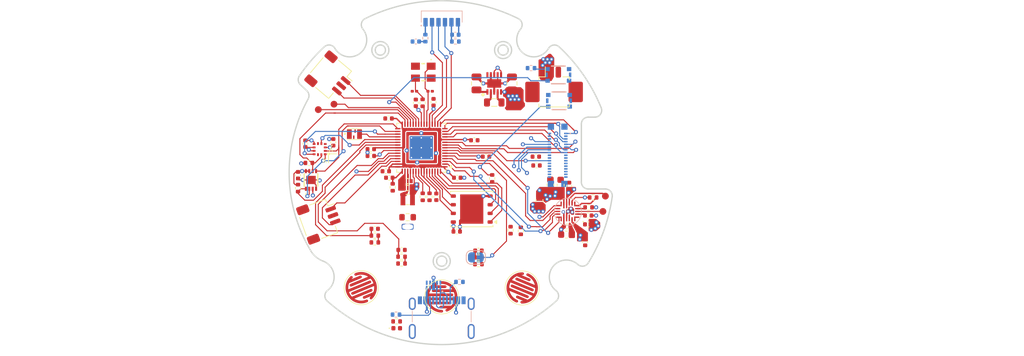
<source format=kicad_pcb>
(kicad_pcb (version 20241229) (generator "pcbnew") (generator_version "9.0")
  (title_block (title "picowalker") (rev "V0.4"))
  (layers (0 "F.Cu" signal) (4 "In1.Cu" signal) (6 "In2.Cu" signal) (2 "B.Cu" signal) (13 "F.Paste" user) (15 "B.Paste" user) (5 "F.SilkS" user "F.Silkscreen") (7 "B.SilkS" user "B.Silkscreen") (1 "F.Mask" user) (3 "B.Mask" user) (25 "Edge.Cuts" user))
  (net 0 "")
  (net 1 "GND")
  (net 2 "+1.1V")
  (net 3 "/mcu/XIN")
  (net 4 "/mcu/VREG_AVDD")
  (net 5 "Net-(C4-Pad1)")
  (net 6 "+3.3V")
  (net 7 "/buttons/BUT.R")
  (net 8 "/buttons/BUT.M")
  (net 9 "/buttons/BUT.L")
  (net 10 "/irda/VCC1")
  (net 11 "/connectors/BAT+")
  (net 12 "VBUS")
  (net 13 "VSYS")
  (net 14 "Net-(U6-BTST)")
  (net 15 "Net-(U6-REGN)")
  (net 16 "Net-(D1-A)")
  (net 17 "/power/~{STAT}")
  (net 18 "Net-(IC1-LX1)")
  (net 19 "Net-(IC1-LX2)")
  (net 20 "/connectors/CC2")
  (net 21 "/connectors/CC1")
  (net 24 "/mcu/VREG_LX")
  (net 25 "Net-(SW2-A)")
  (net 26 "/flash/~{CS}")
  (net 27 "/mcu/~{BOOT}")
  (net 28 "/mcu/XOUT")
  (net 29 "Net-(U1-USB_DP)")
  (net 30 "Net-(U1-USB_DM)")
  (net 31 "/buttons/BUT_R_1")
  (net 32 "/buttons/BUT_M_1")
  (net 33 "/buttons/BUT_L_1")
  (net 34 "/irda/VCC2")
  (net 35 "/power/TS_BIAS")
  (net 36 "/power/TS")
  (net 37 "Net-(U6-ILIM)")
  (net 38 "/mcu/RUN")
  (net 39 "/power/~{QON}")
  (net 40 "/screen/TE")
  (net 41 "/mcu/RTC_CLK")
  (net 42 "/flash/QSPI.SD3")
  (net 43 "/flash/QSPI.SD2")
  (net 44 "/flash/QSPI.SD0")
  (net 45 "/flash/QSPI.SD1")
  (net 46 "/flash/QSPI.SCK")
  (net 50 "/irda/IRDA.TX")
  (net 51 "/irda/IRDA.RX")
  (net 52 "/power/~{PG}")
  (net 53 "/power/STAT")
  (net 55 "/connectors/SWD.SWCLK")
  (net 56 "/connectors/SWD.SWDIO")
  (net 57 "/connectors/DBG_UART.RX")
  (net 58 "/screen/TP_RESET")
  (net 59 "/connectors/DBG_UART.TX")
  (net 61 "/mcu/SCREEN_AUX.PWR_EN")
  (net 64 "/screen/TP_INT")
  (net 68 "/mcu/SCREEN_DATA.SCK")
  (net 70 "/mcu/SCREEN_DATA.SD1")
  (net 71 "/accel/SPI.SCK")
  (net 72 "/mcu/SCREEN_DATA.SD2")
  (net 74 "/connectors/USB.DP")
  (net 75 "/connectors/USB.DN")
  (net 81 "/power/PMID")
  (net 82 "/power/SW")
  (net 83 "/mcu/SCREEN_DATA.SD3")
  (net 84 "/accel/SPI.MISO")
  (net 85 "/mcu/I2C.SDA")
  (net 86 "/mcu/SCREEN_DATA.SD0")
  (net 87 "/mcu/SCREEN_AUX.~{RST}")
  (net 88 "/mcu/I2C.SCL")
  (net 89 "/accel/SPI.MOSI")
  (net 90 "/screen/TP_I2C.SDA")
  (net 91 "/screen/TP_I2C.SCL")
  (net 92 "/SOUND")
  (net 93 "/~{EEPROM_CS}")
  (net 94 "/~{SCREEN_CS}")
  (net 95 "/~{BAT_INT}")
  (net 96 "/IRDA_SD")
  (net 97 "/ACCEL_INT")
  (net 98 "/~{ACCEL_CS}")
  (net 99 "/~{BAT_CE}")
  (net 100 "/screen/TP_VCC")
  (net 101 "/mcu/GP16")
  (net 102 "/mcu/GP17")
  (footprint "Resistor_SMD:R_0402_1005Metric" (layer "F.Cu") (at 147.199 89.499 -90)
    (property "Reference" "R4" (hide yes))
    (property "Value" "1k")
  )
  (footprint "Resistor_SMD:R_0402_1005Metric" (layer "F.Cu") (at 161.6 108.3 90)
    (property "Reference" "R24" (hide yes))
    (property "Value" "5.1k")
  )
  (footprint "Capacitor_SMD:C_0402_1005Metric" (layer "F.Cu") (at 149.2115 103.299 -90)
    (property "Reference" "C14" (hide yes))
    (property "Value" "0.1u")
  )
  (footprint "picowalker:Button_membrane_4.2mm" (layer "F.Cu") (at 138.196365 116.648986 -157.5)
    (property "Reference" "SW5" (hide yes))
    (property "Value" "BUT_L")
  )
  (footprint "Capacitor_SMD:C_0402_1005Metric" (layer "F.Cu") (at 128.925 100.125 -90)
    (property "Reference" "C22" (hide yes))
    (property "Value" "4.7u")
  )
  (footprint "Capacitor_SMD:C_0201_0603Metric" (layer "F.Cu") (at 145.999 87.799 180)
    (property "Reference" "C4" (hide yes))
    (property "Value" "15p")
  )
  (footprint "picowalker:UFDFPN8" (layer "F.Cu") (at 130.825 100.825)
    (property "Reference" "U4" (hide yes))
    (property "Value" "M95512DxMC" (hide yes))
  )
  (footprint "Capacitor_SMD:C_0402_1005Metric" (layer "F.Cu") (at 130 95.5 -90)
    (property "Reference" "C21" (hide yes))
    (property "Value" "4.7u")
  )
  (footprint "Capacitor_SMD:C_0402_1005Metric" (layer "F.Cu") (at 168.687 101.7 90)
    (property "Reference" "C25" (hide yes))
    (property "Value" "4.7u")
  )
  (footprint "Capacitor_SMD:C_0402_1005Metric" (layer "F.Cu") (at 156.499 97.399)
    (property "Reference" "C6" (hide yes))
    (property "Value" "0.1u")
  )
  (footprint "Resistor_SMD:R_0402_1005Metric" (layer "F.Cu") (at 130.525 98.325 180)
    (property "Reference" "R16" (hide yes))
    (property "Value" "5.1k")
  )
  (footprint "Resistor_SMD:R_0603_1608Metric" (layer "F.Cu") (at 145 106.3)
    (property "Reference" "R20" (hide yes))
    (property "Value" "30k")
  )
  (footprint "Connector_Molex:Molex_PicoBlade_53261-0271_1x02-1MP_P1.25mm_Horizontal" (layer "F.Cu") (at 166.475 87.4)
    (property "Reference" "J2" (hide yes))
    (property "Value" "BAT")
  )
  (footprint "Resistor_SMD:R_0402_1005Metric" (layer "F.Cu") (at 148.2115 103.299 -90)
    (property "Reference" "R5" (hide yes))
    (property "Value" "22R")
  )
  (footprint "Resistor_SMD:R_0402_1005Metric" (layer "F.Cu") (at 160.1 108.2 90)
    (property "Reference" "R23" (hide yes))
    (property "Value" "5.1k")
  )
  (footprint "Capacitor_SMD:C_0402_1005Metric" (layer "F.Cu") (at 155.39 111.2)
    (property "Reference" "C17" (hide yes))
    (property "Value" "0.1u")
  )
  (footprint "Inductor_SMD:L_0603_1608Metric" (layer "F.Cu") (at 164.337 103.85 90)
    (property "Reference" "L2" (hide yes))
    (property "Value" "1.1u")
  )
  (footprint "Package_DFN_QFN:QFN-60-1EP_7x7mm_P0.4mm_EP3.4x3.4mm_ThermalVias" (layer "F.Cu") (at 147.0115 96.099 180)
    (property "Reference" "U1" (hide yes))
    (property "Value" "RP2350A-QFN60")
  )
  (footprint "Inductor_SMD:L_0805_2012Metric" (layer "F.Cu") (at 157.7 89.45 180)
    (property "Reference" "L3" (hide yes))
    (property "Value" "2.2u")
  )
  (footprint "Resistor_SMD:R_0402_1005Metric" (layer "F.Cu") (at 157.4 100.6 -90)
    (property "Reference" "R3" (hide yes))
    (property "Value" "1k")
  )
  (footprint "Capacitor_SMD:C_0402_1005Metric" (layer "F.Cu") (at 148.799 89.4 90)
    (property "Reference" "C13" (hide yes))
    (property "Value" "0.1u")
  )
  (footprint "Capacitor_SMD:C_0402_1005Metric" (layer "F.Cu") (at 163.9 98.7)
    (property "Reference" "C36" (hide yes))
    (property "Value" "4.7u")
  )
  (footprint "picowalker:SON50P250X250X80-11N-D" (layer "F.Cu") (at 157.7 86.65 90)
    (property "Reference" "IC1" (hide yes))
    (property "Value" "RT6150B-33GQW" (hide yes))
  )
  (footprint "Resistor_SMD:R_0402_1005Metric" (layer "F.Cu") (at 147.2115 103.299 -90)
    (property "Reference" "R6" (hide yes))
    (property "Value" "22R")
  )
  (footprint "Capacitor_SMD:C_0805_2012Metric" (layer "F.Cu") (at 155.1 86.65 90)
    (property "Reference" "C30" (hide yes))
    (property "Value" "47u")
  )
  (footprint "Capacitor_SMD:C_0402_1005Metric" (layer "F.Cu") (at 168.387 107.65 180)
    (property "Reference" "C32" (hide yes))
    (property "Value" "0.1u")
  )
  (footprint "Connector_JST:JST_SH_SM03B-SRSS-TB_1x03-1MP_P1.00mm_Horizontal" (layer "F.Cu") (at 133.73033 85.706742 -130)
    (property "Reference" "J3" (hide yes))
    (property "Value" "SWD")
  )
  (footprint "Capacitor_SMD:C_0805_2012Metric" (layer "F.Cu") (at 160.3 86.65 90)
    (property "Reference" "C29" (hide yes))
    (property "Value" "47u")
  )
  (footprint "Capacitor_SMD:C_0402_1005Metric" (layer "F.Cu") (at 154.78 95)
    (property "Reference" "C8" (hide yes))
    (property "Value" "0.1u")
  )
  (footprint "picowalker:TestPoint_Pad_D1.0mm_Nosilk" (layer "F.Cu") (at 131.9 90.5)
    (property "Reference" "TP7" (hide yes))
    (property "Value" "GP17")
  )
  (footprint "Capacitor_SMD:C_0402_1005Metric" (layer "F.Cu") (at 142.2 91.8 180)
    (property "Reference" "C10" (hide yes))
    (property "Value" "0.1u")
  )
  (footprint "Capacitor_SMD:C_0402_1005Metric" (layer "F.Cu") (at 139.599 97.299 180)
    (property "Reference" "C5" (hide yes))
    (property "Value" "0.1u")
  )
  (footprint "picowalker:BQ25628ERYKR" (layer "F.Cu") (at 168.487 105.45 180)
    (property "Reference" "U6" (hide yes))
    (property "Value" "BQ25628ERYKR" (hide yes))
  )
  (footprint "Resistor_SMD:R_0402_1005Metric" (layer "F.Cu") (at 172.2 103.4 180)
    (property "Reference" "R19" (hide yes))
    (property "Value" "5.1k")
  )
  (footprint "picowalker:Button_membrane_4.2mm" (layer "F.Cu") (at 150 118 180)
    (property "Reference" "SW3" (hide yes))
    (property "Value" "BUT_M")
  )
  (footprint "Resistor_SMD:R_0402_1005Metric" (layer "F.Cu") (at 144.11 113.1 180)
    (property "Reference" "R10" (hide yes))
    (property "Value" "5.1k")
  )
  (footprint "Connector_JST:JST_SH_SM03B-SRSS-TB_1x03-1MP_P1.00mm_Horizontal" (layer "F.Cu") (at 132.173616 106.723951 -70)
    (property "Reference" "J4" (hide yes))
    (property "Value" "UART")
  )
  (footprint "Capacitor_SMD:C_0402_1005Metric" (layer "F.Cu") (at 140.17 108)
    (property "Reference" "C19" (hide yes))
    (property "Value" "0.1u")
  )
  (footprint "Capacitor_SMD:C_0201_0603Metric" (layer "F.Cu") (at 148.299 87.799)
    (property "Reference" "C2" (hide yes))
    (property "Value" "15p")
  )
  (footprint "picowalker:BOSCH_LGA-12_BMA400" (layer "F.Cu") (at 132.1 96.3 180)
    (property "Reference" "U3" (hide yes))
    (property "Value" "BMA400" (hide yes))
  )
  (footprint "picowalker:SIT1533AIH4DCC32768E" (layer "F.Cu") (at 137.2 94.1)
    (property "Reference" "Y2" (hide yes))
    (property "Value" "SIT1533AI-H4-DCC-32.768E" (hide yes))
  )
  (footprint "Capacitor_SMD:C_0402_1005Metric" (layer "F.Cu") (at 171.487 106.05)
    (property "Reference" "C34" (hide yes))
    (property "Value" "4.7u")
  )
  (footprint "Capacitor_SMD:C_0603_1608Metric" (layer "F.Cu") (at 168.287 108.85 180)
    (property "Reference" "C33" (hide yes))
    (property "Value" "10u")
  )
  (footprint "Resistor_SMD:R_0402_1005Metric" (layer "F.Cu") (at 155.39 113.2 180)
    (property "Reference" "R9" (hide yes))
    (property "Value" "5.1k")
  )
  (footprint "Capacitor_SMD:C_0402_1005Metric" (layer "F.Cu") (at 171.487 107.35 180)
    (property "Reference" "C31" (hide yes))
    (property "Value" "47n")
  )
  (footprint "picowalker:ABM8272T3" (layer "F.Cu") (at 147.299 84.999 180)
    (property "Reference" "Y1" (hide yes))
    (property "Value" "ABM8-272-T3" (hide yes))
  )
  (footprint "picowalker:L_0805_2016Metric" (layer "F.Cu") (at 145.0115 103.699 180)
    (property "Reference" "L1" (hide yes))
    (property "Value" "3.3u")
  )
  (footprint "Capacitor_SMD:C_0402_1005Metric" (layer "F.Cu") (at 142.3115 100.499 180)
    (property "Reference" "C3" (hide yes))
    (property "Value" "4.7u")
  )
  (footprint "picowalker:TestPoint_Pad_D1.0mm_Nosilk" (layer "F.Cu") (at 174 103.2)
    (property "Reference" "TP2" (hide yes))
    (property "Value" "~{QON}")
  )
  (footprint "Resistor_SMD:R_0402_1005Metric" (layer "F.Cu") (at 140.19 109)
    (property "Reference" "R14" (hide yes))
    (property "Value" "1k")
  )
  (footprint "picowalker:C_0402_1005Metric_Smaller" (layer "F.Cu") (at 145.0115 101.999 180)
    (property "Reference" "C1" (hide yes))
    (property "Value" "4.7u")
  )
  (footprint "Resistor_SMD:R_0402_1005Metric" (layer "F.Cu") (at 155.39 112.2)
    (property "Reference" "R12" (hide yes))
    (property "Value" "1k")
  )
  (footprint "Capacitor_SMD:C_0402_1005Metric" (layer "F.Cu") (at 163.8 97.4 180)
    (property "Reference" "C35" (hide yes))
    (property "Value" "4.7u")
  )
  (footprint "Capacitor_SMD:C_0603_1608Metric" (layer "F.Cu") (at 165.937 101.55 90)
    (property "Reference" "C27" (hide yes))
    (property "Value" "10u")
  )
  (footprint "Capacitor_SMD:C_0402_1005Metric" (layer "F.Cu") (at 134.1 95.3 90)
    (property "Reference" "C20" (hide yes))
    (property "Value" "4.7u")
  )
  (footprint "Capacitor_SMD:C_0402_1005Metric" (layer "F.Cu") (at 171.037 109.95 -90)
    (property "Reference" "C26" (hide yes))
    (property "Value" "4.7u")
  )
  (footprint "Capacitor_SMD:C_0402_1005Metric" (layer "F.Cu") (at 144.11 111.1)
    (property "Reference" "C18" (hide yes))
    (property "Value" "0.1u")
  )
  (footprint "Capacitor_SMD:C_0603_1608Metric" (layer "F.Cu") (at 167.437 101.575 90)
    (property "Reference" "C28" (hide yes))
    (property "Value" "10u")
  )
  (footprint "Capacitor_SMD:C_0402_1005Metric" (layer "F.Cu") (at 139.599 96.299 180)
    (property "Reference" "C11" (hide yes))
    (property "Value" "0.1u")
  )
  (footprint "Resistor_SMD:R_0402_1005Metric" (layer "F.Cu") (at 128.925 102.025 -90)
    (property "Reference" "R15" (hide yes))
    (property "Value" "5.1k")
  )
  (footprint "Capacitor_SMD:C_0402_1005Metric" (layer "F.Cu") (at 152.199 108.399)
    (property "Reference" "C16" (hide yes))
    (property "Value" "4.7u")
  )
  (footprint "Capacitor_SMD:C_0402_1005Metric" (layer "F.Cu") (at 152.28 100.5)
    (property "Reference" "C9" (hide yes))
    (property "Value" "0.1u")
  )
  (footprint "picowalker:TestPoint_Pad_D1.0mm_Nosilk" (layer "F.Cu") (at 173.637 105.45)
    (property "Reference" "TP1" (hide yes))
    (property "Value" "~{PG}")
  )
  (footprint "picowalker:TestPoint_Pad_D1.0mm_Nosilk" (layer "F.Cu") (at 134.2 89.7)
    (property "Reference" "TP6" (hide yes))
    (property "Value" "GP16")
  )
  (footprint "picowalker:C_0402_1005Metric_Smaller" (layer "F.Cu") (at 145.0115 100.999 180)
    (property "Reference" "C37" (hide yes))
    (property "Value" "4.7u")
  )
  (footprint "Resistor_SMD:R_0402_1005Metric" (layer "F.Cu") (at 143.385 121.6)
    (property "Reference" "R22" (hide yes))
    (property "Value" "1k")
  )
  (footprint "Resistor_SMD:R_0402_1005Metric" (layer "F.Cu") (at 171.537 104.85)
    (property "Reference" "R21" (hide yes))
    (property "Value" "5.1k")
  )
  (footprint "Package_SON:WSON-8-1EP_6x5mm_P1.27mm_EP3.4x4.3mm" (layer "F.Cu") (at 154.399 105.099 180)
    (property "Reference" "U2" (hide yes))
    (property "Value" "W25Q128JVP")
  )
  (footprint "picowalker:R_0402_1005Metric_Sunken" (layer "F.Cu") (at 145 107.7)
    (property "Reference" "TH1" (hide yes))
    (property "Value" "10k")
  )
  (footprint "Resistor_SMD:R_0402_1005Metric" (layer "F.Cu") (at 142.8115 101.899 90)
    (property "Reference" "R1" (hide yes))
    (property "Value" "47R")
  )
  (footprint "Resistor_SMD:R_0402_1005Metric" (layer "F.Cu") (at 140.19 110 180)
    (property "Reference" "R11" (hide yes))
    (property "Value" "5.1k")
  )
  (footprint "Capacitor_SMD:C_0402_1005Metric" (layer "F.Cu") (at 146.199 89.499 90)
    (property "Reference" "C7" (hide yes))
    (property "Value" "4.7u")
  )
  (footprint "picowalker:Button_membrane_4.2mm" (layer "F.Cu") (at 161.8 116.689133 157.5)
    (property "Reference" "SW4" (hide yes))
    (property "Value" "BUT_R")
  )
  (footprint "Resistor_SMD:R_0402_1005Metric" (layer "F.Cu") (at 144.11 112.1)
    (property "Reference" "R13" (hide yes))
    (property "Value" "1k")
  )
  (footprint "Capacitor_SMD:C_0402_1005Metric" (layer "F.Cu") (at 141.799 99.549 180)
    (property "Reference" "C12" (hide yes))
    (property "Value" "0.1u")
  )
  (footprint "LED_SMD:LED_0402_1005Metric" (layer "F.Cu") (at 143.4 122.6)
    (property "Reference" "D1" (hide yes))
    (property "Value" "~{STAT}")
  )
  (footprint "Capacitor_SMD:C_0402_1005Metric" (layer "B.Cu") (at 152 79.5)
    (property "Reference" "C23" (hide yes))
    (property "Value" "0.1u")
  )
  (footprint "Resistor_SMD:R_0402_1005Metric" (layer "B.Cu") (at 152 80.5 180)
    (property "Reference" "R18" (hide yes))
    (property "Value" "47R")
  )
  (footprint "picowalker:435151014824" (layer "B.Cu") (at 167.2 89.2 180)
    (property "Reference" "SW1" (hide yes))
    (property "Value" "~{BOOT}" (hide yes))
  )
  (footprint "picowalker:U-DFN2510-10" (layer "B.Cu") (at 148.8 116.3125 180)
    (property "Reference" "U8" (hide yes))
    (property "Value" "DT1240-04LP-7")
  )
  (footprint "Capacitor_SMD:C_0402_1005Metric" (layer "B.Cu") (at 146.2 80.5 180)
    (property "Reference" "C24" (hide yes))
    (property "Value" "4.7u")
  )
  (footprint "Resistor_SMD:R_0402_1005Metric" (layer "B.Cu") (at 143.3 120.6 180)
    (property "Reference" "R8" (hide yes))
    (property "Value" "5.1k")
  )
  (footprint "picowalker:USBC" (layer "B.Cu") (at 150 118.5 180)
    (property "Reference" "J1" (hide yes))
    (property "Value" "12402012E212A")
  )
  (footprint "picowalker:AXE534127" (layer "B.Cu") (at 167 97.2 90)
    (property "Reference" "U7" (hide yes))
    (property "Value" "DO0180FMST0x" (hide yes))
  )
  (footprint "Resistor_SMD:R_0402_1005Metric" (layer "B.Cu") (at 147.6 80 90)
    (property "Reference" "R17" (hide yes))
    (property "Value" "47R")
  )
  (footprint "Resistor_SMD:R_0402_1005Metric" (layer "B.Cu") (at 152.6 115.8)
    (property "Reference" "R7" (hide yes))
    (property "Value" "5.1k")
  )
  (footprint "Jumper:SolderJumper-2_P1.3mm_Open_RoundedPad1.0x1.5mm" (layer "B.Cu") (at 155 112.2 180)
    (property "Reference" "BZ1" (hide yes))
    (property "Value" "Buzzer")
  )
  (footprint "picowalker:TFBS4711-TR" (layer "B.Cu") (at 150 77.6625 180)
    (property "Reference" "U5" (hide yes))
    (property "Value" "TFBS4711")
  )
  (footprint "picowalker:435151014824" (layer "B.Cu") (at 167.1 85.4 180)
    (property "Reference" "SW2" (hide yes))
    (property "Value" "RUN" (hide yes))
  )
  (footprint "Resistor_SMD:R_0402_1005Metric" (layer "B.Cu") (at 163.1 84.4)
    (property "Reference" "R2" (hide yes))
    (property "Value" "1k")
  )
  (gr_circle (center 168.5 105.5) (end 170.5 105.5) (stroke (width 0.1)) (fill no) (layer "B.SilkS"))
  (gr_line (start 174.009923 102.153835) (end 171.480304 102.153835) (stroke (width 0.2)) (layer "Edge.Cuts"))
  (gr_arc (start 173.384866 90.225792) (mid 173.288551 91.161022) (end 172.458732 91.602988) (stroke (width 0.2)) (layer "Edge.Cuts"))
  (gr_arc (start 166.748994 117.061169) (mid 166.364651 113.478049) (end 169.960014 113.233442) (stroke (width 0.2)) (layer "Edge.Cuts"))
  (gr_line (start 171.480308 91.602988) (end 172.458732 91.602988) (stroke (width 0.2)) (layer "Edge.Cuts"))
  (gr_arc (start 165.662969 81.503621) (mid 162.076975 82.305481) (end 161.565246 78.666736) (stroke (width 0.2)) (layer "Edge.Cuts"))
  (gr_arc (start 166.802032 118.598188) (mid 150 125) (end 133.197968 118.598188) (stroke (width 0.2)) (layer "Edge.Cuts"))
  (gr_arc (start 161.236348 77.137902) (mid 161.768977 77.823113) (end 161.565246 78.666736) (stroke (width 0.2)) (layer "Edge.Cuts"))
  (gr_arc (start 175.000023 103.2942) (mid 173.744559 108.338273) (end 171.482838 113.018389) (stroke (width 0.2)) (layer "Edge.Cuts"))
  (gr_circle (center 150 112.75) (end 148.75 112.75) (stroke (width 0.2)) (fill no) (layer "Edge.Cuts"))
  (gr_circle (center 159 81.75) (end 158.25 81.75) (stroke (width 0.2)) (fill no) (layer "Edge.Cuts"))
  (gr_circle (center 141 81.75) (end 140.25 81.75) (stroke (width 0.2)) (fill no) (layer "Edge.Cuts"))
  (gr_arc (start 174.009923 102.153835) (mid 174.765027 102.49823) (end 175.000023 103.2942) (stroke (width 0.2)) (layer "Edge.Cuts"))
  (gr_circle (center 150 112.75) (end 149.25 112.75) (stroke (width 0.2)) (fill no) (layer "Edge.Cuts"))
  (gr_arc (start 167.20973 81.27332) (mid 170.785019 85.413141) (end 173.384866 90.225792) (stroke (width 0.2)) (layer "Edge.Cuts"))
  (gr_arc (start 166.748994 117.061169) (mid 167.136011 117.817239) (end 166.802032 118.598188) (stroke (width 0.2)) (layer "Edge.Cuts"))
  (gr_arc (start 133.197968 118.598188) (mid 132.863992 117.817241) (end 133.251006 117.061169) (stroke (width 0.2)) (layer "Edge.Cuts"))
  (gr_arc (start 138.434754 78.666736) (mid 137.923025 82.30548) (end 134.337031 81.503621) (stroke (width 0.2)) (layer "Edge.Cuts"))
  (gr_arc (start 165.662969 81.503621) (mid 166.380887 81.015973) (end 167.20973 81.27332) (stroke (width 0.2)) (layer "Edge.Cuts"))
  (gr_arc (start 171.482838 113.018389) (mid 170.771865 113.483084) (end 169.960014 113.233442) (stroke (width 0.2)) (layer "Edge.Cuts"))
  (gr_arc (start 132.607379 112.747551) (mid 134.192663 114.715842) (end 133.251006 117.061169) (stroke (width 0.2)) (layer "Edge.Cuts"))
  (gr_line (start 170.480305 101.153836) (end 170.480305 92.602991) (stroke (width 0.2)) (layer "Edge.Cuts"))
  (gr_arc (start 132.79027 81.27332) (mid 133.619111 81.015976) (end 134.337031 81.503621) (stroke (width 0.2)) (layer "Edge.Cuts"))
  (gr_circle (center 159 81.75) (end 157.75 81.75) (stroke (width 0.2)) (fill no) (layer "Edge.Cuts"))
  (gr_arc (start 129.128283 85.539654) (mid 130.840158 83.304242) (end 132.79027 81.27332) (stroke (width 0.2)) (layer "Edge.Cuts"))
  (gr_arc (start 171.480304 102.153835) (mid 170.773198 101.860942) (end 170.480305 101.153836) (stroke (width 0.2)) (layer "Edge.Cuts"))
  (gr_circle (center 141 81.75) (end 139.75 81.75) (stroke (width 0.2)) (fill no) (layer "Edge.Cuts"))
  (gr_arc (start 138.434754 78.666736) (mid 138.231023 77.823112) (end 138.763652 77.137902) (stroke (width 0.2)) (layer "Edge.Cuts"))
  (gr_arc (start 170.480305 92.602991) (mid 170.773199 91.895882) (end 171.480308 91.602988) (stroke (width 0.2)) (layer "Edge.Cuts"))
  (gr_arc (start 132.607379 112.747551) (mid 131.571423 112.140301) (end 130.792412 111.226462) (stroke (width 0.2)) (layer "Edge.Cuts"))
  (gr_arc (start 129.267105 86.828359) (mid 128.960639 86.209541) (end 129.128283 85.539654) (stroke (width 0.2)) (layer "Edge.Cuts"))
  (gr_arc (start 138.763652 77.137902) (mid 150 74.5) (end 161.236348 77.137902) (stroke (width 0.2)) (layer "Edge.Cuts"))
  (gr_line (start 129.267105 86.828359) (end 130.221113 87.732251) (stroke (width 0.2)) (layer "Edge.Cuts"))
  (gr_arc (start 130.221113 87.732251) (mid 130.521471 88.304666) (end 130.408901 88.941232) (stroke (width 0.2)) (layer "Edge.Cuts"))
  (gr_arc (start 130.792412 111.226462) (mid 127.628313 100.134999) (end 130.408901 88.941232) (stroke (width 0.2)) (layer "Edge.Cuts"))
  (segment (start 157.7 87.9) (end 157.7 86.65) (width 0.3) (layer "F.Cu") (net 1))
  (segment (start 156.05 86.65) (end 156.1 86.65) (width 0.3) (layer "F.Cu") (net 1))
  (segment (start 130.67 96.55) (end 130.51 96.39) (width 0.15) (layer "F.Cu") (net 1))
  (segment (start 129.625 100.825) (end 129.145 100.825) (width 0.15) (layer "F.Cu") (net 1))
  (segment (start 130.825 100.825) (end 129.625 100.825) (width 0.15) (layer "F.Cu") (net 1))
  (segment (start 167.512 108.045) (end 167.907 107.65) (width 0.6) (layer "F.Cu") (net 1))
  (segment (start 132.025 100.825) (end 132.1 100.9) (width 0.15) (layer "F.Cu") (net 1))
  (segment (start 152.679 107.699) (end 152.679 106.819) (width 0.3) (layer "F.Cu") (net 1))
  (segment (start 167.512 108.85) (end 167.512 108.1) (width 0.6) (layer "F.Cu") (net 1))
  (segment (start 167.83476 105.525862) (end 167.912 105.603102) (width 0.2) (layer "F.Cu") (net 1))
  (segment (start 157.7 86.65) (end 159.3 86.65) (width 0.3) (layer "F.Cu") (net 1))
  (segment (start 131.575 102.125) (end 131.575 101.575) (width 0.15) (layer "F.Cu") (net 1))
  (segment (start 134.1 94.82) (end 133.5 94.82) (width 0.15) (layer "F.Cu") (net 1))
  (segment (start 152.76 100.5) (end 153.3 100.5) (width 0.2) (layer "F.Cu") (net 1))
  (segment (start 130.51 96.39) (end 130.41 96.39) (width 0.15) (layer "F.Cu") (net 1))
  (segment (start 152.679 108.399) (end 152.679 107.699) (width 0.3) (layer "F.Cu") (net 1))
  (segment (start 157.2 86.15) (end 157.7 86.65) (width 0.3) (layer "F.Cu") (net 1))
  (segment (start 156.1 103.195) (end 156.005 103.195) (width 0.3) (layer "F.Cu") (net 1))
  (segment (start 155.1 85.7) (end 156.05 86.65) (width 0.3) (layer "F.Cu") (net 1))
  (segment (start 167.912 107.645) (end 167.907 107.65) (width 0.2) (layer "F.Cu") (net 1))
  (segment (start 171.967 106.05) (end 172.637 106.05) (width 0.2) (layer "F.Cu") (net 1))
  (segment (start 133.32 94.82) (end 133.3 94.8) (width 0.15) (layer "F.Cu") (net 1))
  (segment (start 156.1 86.65) (end 157.7 86.65) (width 0.3) (layer "F.Cu") (net 1))
  (segment (start 131.575 101.575) (end 130.825 100.825) (width 0.15) (layer "F.Cu") (net 1))
  (segment (start 167.912 105.603102) (end 167.912 106.4) (width 0.2) (layer "F.Cu") (net 1))
  (segment (start 172.047 104.85) (end 172.637 104.85) (width 0.2) (layer "F.Cu") (net 1))
  (segment (start 157.2 85.4) (end 157.2 86.15) (width 0.3) (layer "F.Cu") (net 1))
  (segment (start 130.41 96.39) (end 130 95.98) (width 0.15) (layer "F.Cu") (net 1))
  (segment (start 131.285 96.05) (end 130.17 96.05) (width 0.15) (layer "F.Cu") (net 1))
  (segment (start 130.015 98.325) (end 129.475 98.325) (width 0.15) (layer "F.Cu") (net 1))
  (segment (start 130.825 100.825) (end 132.025 100.825) (width 0.15) (layer "F.Cu") (net 1))
  (segment (start 159.35 86.65) (end 160.3 85.7) (width 0.3) (layer "F.Cu") (net 1))
  (segment (start 131.285 96.55) (end 130.67 96.55) (width 0.15) (layer "F.Cu") (net 1))
  (segment (start 129.145 100.825) (end 128.925 100.605) (width 0.15) (layer "F.Cu") (net 1))
  (segment (start 158.2 85.4) (end 158.2 86.15) (width 0.15) (layer "F.Cu") (net 1))
  (segment (start 158.2 86.15) (end 157.7 86.65) (width 0.15) (layer "F.Cu") (net 1))
  (segment (start 130.17 96.05) (end 130.1 95.98) (width 0.15) (layer "F.Cu") (net 1))
  (segment (start 156.304 103.194) (end 154.399 105.099) (width 0.3) (layer "F.Cu") (net 1))
  (segment (start 167.912 106.4) (end 167.912 107.645) (width 0.2) (layer "F.Cu") (net 1))
  (segment (start 139.119 96.8) (end 139.119 97.299) (width 0.15) (layer "F.Cu") (net 1))
  (segment (start 157.099 103.194) (end 156.399 103.194) (width 0.3) (layer "F.Cu") (net 1))
  (segment (start 152.679 106.819) (end 154.399 105.099) (width 0.3) (layer "F.Cu") (net 1))
  (segment (start 139.119 96.299) (end 139.119 96.8) (width 0.15) (layer "F.Cu") (net 1))
  (segment (start 129.475 98.325) (end 129.4 98.4) (width 0.15) (layer "F.Cu") (net 1))
  (segment (start 153.3 100.5) (end 153.4 100.5) (width 0.2) (layer "F.Cu") (net 1))
  (segment (start 167.512 108.1) (end 167.512 108.045) (width 0.6) (layer "F.Cu") (net 1))
  (via (at 159.3 86.65) (size 0.6) (drill 0.3) (layers "F.Cu" "B.Cu") (net 1))
  (via (at 153.3 100.5) (size 0.6) (drill 0.3) (layers "F.Cu" "B.Cu") (net 1))
  (via (at 156.1 103.195) (size 0.6) (drill 0.3) (layers "F.Cu" "B.Cu") (net 1))
  (via (at 133.5 94.82) (size 0.6) (drill 0.3) (layers "F.Cu" "B.Cu") (net 1))
  (via (at 156.1 86.65) (size 0.6) (drill 0.3) (layers "F.Cu" "B.Cu") (net 1))
  (via (at 130.51 96.39) (size 0.6) (drill 0.3) (layers "F.Cu" "B.Cu") (net 1))
  (via (at 129.625 100.825) (size 0.6) (drill 0.3) (layers "F.Cu" "B.Cu") (net 1))
  (via (at 172.637 104.85) (size 0.6) (drill 0.3) (layers "F.Cu" "B.Cu") (net 1))
  (via (at 148.8 115.2) (size 0.6) (drill 0.3) (layers "F.Cu" "B.Cu") (net 1))
  (via (at 167.512 108.1) (size 0.6) (drill 0.3) (layers "F.Cu" "B.Cu") (net 1))
  (via (at 132.1 100.9) (size 0.6) (drill 0.3) (layers "F.Cu" "B.Cu") (net 1))
  (via (at 167.83476 105.525862) (size 0.5) (drill 0.3) (layers "F.Cu" "B.Cu") (net 1))
  (via (at 129.4 98.4) (size 0.6) (drill 0.3) (layers "F.Cu" "B.Cu") (net 1))
  (via (at 172.637 106.05) (size 0.6) (drill 0.3) (layers "F.Cu" "B.Cu") (net 1))
  (via (at 139.119 96.8) (size 0.6) (drill 0.3) (layers "F.Cu" "B.Cu") (net 1))
  (via (at 152.679 107.699) (size 0.6) (drill 0.3) (layers "F.Cu" "B.Cu") (net 1))
  (segment (start 152.48 77.7675) (end 152.375 77.6625) (width 0.2) (layer "B.Cu") (net 1))
  (segment (start 148.8 116.6625) (end 148.8 115.9) (width 0.3) (layer "B.Cu") (net 1))
  (segment (start 152.48 79.5) (end 152.48 77.7675) (width 0.2) (layer "B.Cu") (net 1))
  (segment (start 148.8 115.9) (end 148.8 115.2) (width 0.3) (layer "B.Cu") (net 1))
  (segment (start 140.699 97.299) (end 140.279 97.299) (width 0.15) (layer "F.Cu") (net 2))
  (segment (start 152.6 97.3) (end 155.301 97.3) (width 0.15) (layer "F.Cu") (net 2))
  (segment (start 145.9725 100.56) (end 145.9725 101.538) (width 0.15) (layer "F.Cu") (net 2))
  (segment (start 140.899 97.099) (end 140.699 97.299) (width 0.15) (layer "F.Cu") (net 2))
  (segment (start 155.4 97.399) (end 156.019 97.399) (width 0.15) (layer "F.Cu") (net 2))
  (segment (start 152.199 96.899) (end 152.6 97.3) (width 0.15) (layer "F.Cu") (net 2))
  (segment (start 155.301 97.3) (end 155.4 97.399) (width 0.15) (layer "F.Cu") (net 2))
  (segment (start 150.4615 96.899) (end 152.199 96.899) (width 0.15) (layer "F.Cu") (net 2))
  (segment (start 147.0115 92.649) (end 147.0115 90.972101) (width 0.15) (layer "F.Cu") (net 2))
  (segment (start 145.8115 100.399) (end 145.9725 100.56) (width 0.15) (layer "F.Cu") (net 2))
  (segment (start 141.499 96.499) (end 143.5615 96.499) (width 0.15) (layer "F.Cu") (net 2))
  (segment (start 145.8115 99.549) (end 145.8115 100.399) (width 0.15) (layer "F.Cu") (net 2))
  (segment (start 140.899 97.099) (end 141.499 96.499) (width 0.15) (layer "F.Cu") (net 2))
  (segment (start 146.557252 90.547252) (end 146.199 90.189) (width 0.15) (layer "F.Cu") (net 2))
  (segment (start 147.0115 90.972101) (end 146.586651 90.547252) (width 0.15) (layer "F.Cu") (net 2))
  (via (at 146.586651 90.547252) (size 0.6) (drill 0.3) (layers "F.Cu" "B.Cu") (net 2))
  (via (at 149.161502 96.899) (size 0.6) (drill 0.3) (layers "F.Cu" "B.Cu") (net 2))
  (via (at 146.399 98.249002) (size 0.6) (drill 0.3) (layers "F.Cu" "B.Cu") (net 2))
  (via (at 144.861498 96.499) (size 0.6) (drill 0.3) (layers "F.Cu" "B.Cu") (net 2))
  (via (at 146.3115 101.499) (size 0.6) (drill 0.3) (layers "F.Cu" "B.Cu") (net 2))
  (via (at 146.999 93.948998) (size 0.6) (drill 0.3) (layers "F.Cu" "B.Cu") (net 2))
  (via (at 140.899 97.099) (size 0.6) (drill 0.3) (layers "F.Cu" "B.Cu") (net 2))
  (via (at 146.3115 102.099) (size 0.6) (drill 0.3) (layers "F.Cu" "B.Cu") (net 2))
  (via (at 155.4 97.399) (size 0.6) (drill 0.3) (layers "F.Cu" "B.Cu") (net 2))
  (segment (start 147.8115 92.649) (end 147.8115 90.6865) (width 0.15) (layer "F.Cu") (net 3))
  (segment (start 147.999 87.819) (end 147.979 87.799) (width 0.15) (layer "F.Cu") (net 3))
  (segment (start 147.8115 90.6865) (end 147.999 90.499) (width 0.15) (layer "F.Cu") (net 3))
  (segment (start 147.573 87.393) (end 147.979 87.799) (width 0.15) (layer "F.Cu") (net 3))
  (segment (start 148.449 84.124) (end 147.573 85) (width 0.15) (layer "F.Cu") (net 3))
  (segment (start 147.573 85) (end 147.573 87.393) (width 0.15) (layer "F.Cu") (net 3))
  (segment (start 147.999 90.499) (end 147.999 87.819) (width 0.15) (layer "F.Cu") (net 3))
  (segment (start 142.8115 100.519) (end 142.7915 100.499) (width 0.2) (layer "F.Cu") (net 4))
  (segment (start 142.8115 101.389) (end 142.8115 100.519) (width 0.2) (layer "F.Cu") (net 4))
  (segment (start 142.7915 100.499) (end 143.2615 100.499) (width 0.2) (layer "F.Cu") (net 4))
  (segment (start 143.2615 100.499) (end 144.2115 99.549) (width 0.2) (layer "F.Cu") (net 4))
  (segment (start 146.149 87.629) (end 146.319 87.799) (width 0.15) (layer "F.Cu") (net 5))
  (segment (start 146.149 85.874) (end 146.149 87.629) (width 0.15) (layer "F.Cu") (net 5))
  (segment (start 147.199 88.679) (end 146.319 87.799) (width 0.15) (layer "F.Cu") (net 5))
  (segment (start 147.199 88.989) (end 147.199 88.679) (width 0.15) (layer "F.Cu") (net 5))
  (segment (start 143.3625 91.8) (end 144.2115 92.649) (width 0.2) (layer "F.Cu") (net 6))
  (segment (start 143.5615 98.499) (end 144.399 98.499) (width 0.2) (layer "F.Cu") (net 6))
  (segment (start 150.399 99.099) (end 150.95 99.65) (width 0.2) (layer "F.Cu") (net 6))
  (segment (start 143.5615 96.099) (end 144.199 96.099) (width 0.2) (layer "F.Cu") (net 6))
  (segment (start 142.279 99.549) (end 142.279 99.0115) (width 0.2) (layer "F.Cu") (net 6))
  (segment (start 143.5615 98.899) (end 142.3915 98.899) (width 0.2) (layer "F.Cu") (net 6))
  (segment (start 147.0115 100.099) (end 147.4115 100.499) (width 0.15) (layer "F.Cu") (net 6))
  (segment (start 150.95 99.65) (end 151.239 99.939) (width 0.2) (layer "F.Cu") (net 6))
  (segment (start 147.0115 99.549) (end 147.0115 100.099) (width 0.15) (layer "F.Cu") (net 6))
  (segment (start 132.915 96.05) (end 133.6 96.05) (width 0.15) (layer "F.Cu") (net 6))
  (segment (start 128.325 101.325) (end 128.325 99.925) (width 0.15) (layer "F.Cu") (net 6))
  (segment (start 156.7 87.9) (end 155.4 87.9) (width 0.3) (layer "F.Cu") (net 6))
  (segment (start 144.2115 92.649) (end 144.2115 93.3115) (width 0.2) (layer "F.Cu") (net 6))
  (segment (start 133.83 96.05) (end 134.1 95.78) (width 0.15) (layer "F.Cu") (net 6))
  (segment (start 130.575 99.525) (end 129.525 99.525) (width 0.2) (layer "F.Cu") (net 6))
  (segment (start 128.605 99.645) (end 128.925 99.645) (width 0.15) (layer "F.Cu") (net 6))
  (segment (start 131.285 95.285) (end 131 95) (width 0.15) (layer "F.Cu") (net 6))
  (segment (start 150.4615 98.899) (end 149.899 98.899) (width 0.2) (layer "F.Cu") (net 6))
  (segment (start 142.68 91.8) (end 143.3625 91.8) (width 0.2) (layer "F.Cu") (net 6))
  (segment (start 142.279 99.0115) (end 142.3915 98.899) (width 0.2) (layer "F.Cu") (net 6))
  (segment (start 131 95) (end 130.98 95.02) (width 0.15) (layer "F.Cu") (net 6))
  (segment (start 143.5615 98.899) (end 144.299 98.899) (width 0.2) (layer "F.Cu") (net 6))
  (segment (start 131.285 95.55) (end 131.285 95.285) (width 0.15) (layer "F.Cu") (net 6))
  (segment (start 130.9 95.02) (end 130 95.02) (width 0.15) (layer "F.Cu") (net 6))
  (segment (start 154.199 94.899) (end 154.3 95) (width 0.2) (layer "F.Cu") (net 6))
  (segment (start 140.279 96.099) (end 140.079 96.299) (width 0.2) (layer "F.Cu") (net 6))
  (segment (start 150.4615 98.899) (end 150.399 98.9615) (width 0.2) (layer "F.Cu") (net 6))
  (segment (start 145.4115 100.889) (end 145.5215 100.999) (width 0.15) (layer "F.Cu") (net 6))
  (segment (start 148.799 90.4) (end 148.799 89.88) (width 0.2) (layer "F.Cu") (net 6))
  (segment (start 147.4115 100.499) (end 149.2115 102.299) (width 0.15) (layer "F.Cu") (net 6))
  (segment (start 131.1 103.1) (end 131.1 102.5) (width 0.15) (layer "F.Cu") (net 6))
  (segment (start 128.925 99.645) (end 129.405 99.645) (width 0.15) (layer "F.Cu") (net 6))
  (segment (start 153.4 94.899) (end 154.199 94.899) (width 0.2) (layer "F.Cu") (net 6))
  (segment (start 155.4 87.9) (end 155.1 87.6) (width 0.3) (layer "F.Cu") (net 6))
  (segment (start 128.325 99.925) (end 128.605 99.645) (width 0.15) (layer "F.Cu") (net 6))
  (segment (start 142.7915 98.499) (end 142.3915 98.899) (width 0.2) (layer "F.Cu") (net 6))
  (segment (start 143.5615 96.099) (end 140.279 96.099) (width 0.2) (layer "F.Cu") (net 6))
  (segment (start 148.799 90.4) (end 148.799 90.60675) (width 0.2) (layer "F.Cu") (net 6))
  (segment (start 147.4115 99.549) (end 147.4115 98.8115) (width 0.15) (layer "F.Cu") (net 6))
  (segment (start 151.719 107.599) (end 151.719 107.024) (width 0.3) (layer "F.Cu") (net 6))
  (segment (start 150.4615 94.899) (end 149.899 94.899) (width 0.2) (layer "F.Cu") (net 6))
  (segment (start 149.2115 102.299) (end 149.2115 102.769) (width 0.15) (layer "F.Cu") (net 6))
  (segment (start 144.2115 93.3115) (end 144.299 93.399) (width 0.2) (layer "F.Cu") (net 6))
  (segment (start 148.2115 91.19425) (end 148.2115 92.649) (width 0.2) (layer "F.Cu") (net 6))
  (segment (start 151.719 108.399) (end 151.719 107.599) (width 0.3) (layer "F.Cu") (net 6))
  (segment (start 150.4615 94.899) (end 153.4 94.899) (width 0.2) (layer "F.Cu") (net 6))
  (segment (start 129.045 99.525) (end 128.925 99.645) (width 0.2) (layer "F.Cu") (net 6))
  (segment (start 130.98 95.02) (end 130.9 95.02) (width 0.15) (layer "F.Cu") (net 6))
  (segment (start 150.95 99.65) (end 151.8 100.5) (width 0.2) (layer "F.Cu") (net 6))
  (segment (start 128.515 101.515) (end 128.325 101.325) (width 0.15) (layer "F.Cu") (net 6))
  (segment (start 143.5615 98.499) (end 142.7915 98.499) (width 0.2) (layer "F.Cu") (net 6))
  (segment (start 147.4115 99.549) (end 147.4115 100.499) (width 0.15) (layer "F.Cu") (net 6))
  (segment (start 145.4115 99.549) (end 145.4115 100.889) (width 0.15) (layer "F.Cu") (net 6))
  (segment (start 148.799 90.60675) (end 148.2115 91.19425) (width 0.2) (layer "F.Cu") (net 6))
  (segment (start 147.0115 99.549) (end 147.0115 98.9115) (width 0.15) (layer "F.Cu") (net 6))
  (segment (start 129.405 99.645) (end 129.525 99.525) (width 0.15) (layer "F.Cu") (net 6))
  (segment (start 151.719 107.024) (end 151.699 107.004) (width 0.3) (layer "F.Cu") (net 6))
  (segment (start 148.2115 92.649) (end 148.2115 93.2865) (width 0.2) (layer "F.Cu") (net 6))
  (segment (start 150.399 98.9615) (end 150.399 99.099) (width 0.2) (layer "F.Cu") (net 6))
  (segment (start 131.075 102.475) (end 131.075 102.125) (width 0.15) (layer "F.Cu") (net 6))
  (segment (start 131.1 102.5) (end 131.075 102.475) (width 0.15) (layer "F.Cu") (net 6))
  (segment (start 128.925 101.515) (end 128.515 101.515) (width 0.15) (layer "F.Cu") (net 6))
  (via (at 153.4 94.899) (size 0.6) (drill 0.3) (layers "F.Cu" "B.Cu") (net 6))
  (via (at 150.95 99.65) (size 0.6) (drill 0.3) (layers "F.Cu" "B.Cu") (net 6))
  (via (at 131.1 103.1) (size 0.6) (drill 0.3) (layers "F.Cu" "B.Cu") (net 6))
  (via (at 151.719 107.599) (size 0.6) (drill 0.3) (layers "F.Cu" "B.Cu") (net 6))
  (via (at 130.9 95.02) (size 0.6) (drill 0.3) (layers "F.Cu" "B.Cu") (net 6))
  (via (at 148.799 90.4) (size 0.6) (drill 0.3) (layers "F.Cu" "B.Cu") (net 6))
  (via (at 129.525 99.525) (size 0.6) (drill 0.3) (layers "F.Cu" "B.Cu") (net 6))
  (via (at 133.6 96.05) (size 0.6) (drill 0.3) (layers "F.Cu" "B.Cu") (net 6))
  (segment (start 146.68 80.5) (end 147.59 80.5) (width 0.2) (layer "B.Cu") (net 6))
  (segment (start 147.59 80.5) (end 147.6 80.51) (width 0.2) (layer "B.Cu") (net 6))
  (segment (start 141.511839 98.086161) (end 142.299 97.299) (width 0.15) (layer "F.Cu") (net 7))
  (segment (start 154.91 111.2) (end 154.91 112.17) (width 0.2) (layer "F.Cu") (net 7))
  (segment (start 140.737517 98.086161) (end 141.511839 98.086161) (width 0.15) (layer "F.Cu") (net 7))
  (segment (start 154.91 112.17) (end 154.88 112.2) (width 0.2) (layer "F.Cu") (net 7))
  (segment (start 142.299 97.299) (end 143.5615 97.299) (width 0.15) (layer "F.Cu") (net 7))
  (segment (start 139.249678 99.574) (end 140.737517 98.086161) (width 0.15) (layer "F.Cu") (net 7))
  (segment (start 137.5 99.574) (end 139.249678 99.574) (width 0.15) (layer "F.Cu") (net 7))
  (via (at 137.5 99.574) (size 0.6) (drill 0.3) (layers "F.Cu" "B.Cu") (net 7))
  (segment (start 143.63 112.07) (end 143.6 112.1) (width 0.2) (layer "F.Cu") (net 8))
  (segment (start 143.63 111.1) (end 143.63 112.07) (width 0.2) (layer "F.Cu") (net 8))
  (segment (start 133.2 108.3) (end 131.9 107) (width 0.15) (layer "F.Cu") (net 8))
  (segment (start 141.399 97.699) (end 142.199 96.899) (width 0.15) (layer "F.Cu") (net 8))
  (segment (start 137.6 98.7) (end 139.698 98.7) (width 0.15) (layer "F.Cu") (net 8))
  (segment (start 141.4 107.2) (end 138.7 107.2) (width 0.15) (layer "F.Cu") (net 8))
  (segment (start 139.698 98.7) (end 140.699 97.699) (width 0.15) (layer "F.Cu") (net 8))
  (segment (start 138.7 107.2) (end 137.6 108.3) (width 0.15) (layer "F.Cu") (net 8))
  (segment (start 142.199 96.899) (end 143.5615 96.899) (width 0.15) (layer "F.Cu") (net 8))
  (segment (start 143.7 111.03) (end 143.7 109.5) (width 0.15) (layer "F.Cu") (net 8))
  (segment (start 131.9 104.4) (end 137.6 98.7) (width 0.15) (layer "F.Cu") (net 8))
  (segment (start 131.9 107) (end 131.9 104.4) (width 0.15) (layer "F.Cu") (net 8))
  (segment (start 143.7 109.5) (end 141.4 107.2) (width 0.15) (layer "F.Cu") (net 8))
  (segment (start 137.6 108.3) (end 133.2 108.3) (width 0.15) (layer "F.Cu") (net 8))
  (segment (start 143.63 111.1) (end 143.7 111.03) (width 0.15) (layer "F.Cu") (net 8))
  (segment (start 140.699 97.699) (end 141.399 97.699) (width 0.15) (layer "F.Cu") (net 8))
  (segment (start 131.5 104.174322) (end 132.9 102.774322) (width 0.15) (layer "F.Cu") (net 9))
  (segment (start 138.887518 95.699) (end 143.5615 95.699) (width 0.15) (layer "F.Cu") (net 9))
  (segment (start 133.1 109) (end 131.5 107.4) (width 0.15) (layer "F.Cu") (net 9))
  (segment (start 132.9 102.774322) (end 132.9 101.9) (width 0.15) (layer "F.Cu") (net 9))
  (segment (start 139.68 108.01) (end 139.69 108) (width 0.2) (layer "F.Cu") (net 9))
  (segment (start 138 96.8) (end 138 96.586518) (width 0.15) (layer "F.Cu") (net 9))
  (segment (start 138 96.586518) (end 138.887518 95.699) (width 0.15) (layer "F.Cu") (net 9))
  (segment (start 139.68 109) (end 139.68 108.01) (width 0.2) (layer "F.Cu") (net 9))
  (segment (start 132.9 101.9) (end 138 96.8) (width 0.15) (layer "F.Cu") (net 9))
  (segment (start 139.68 109) (end 133.1 109) (width 0.15) (layer "F.Cu") (net 9))
  (segment (start 131.5 107.4) (end 131.5 104.174322) (width 0.15) (layer "F.Cu") (net 9))
  (segment (start 151.425 77.6625) (end 151.425 80.435) (width 0.2) (layer "B.Cu") (net 10))
  (segment (start 151.425 80.435) (end 151.49 80.5) (width 0.2) (layer "B.Cu") (net 10))
  (segment (start 168.312 104.5) (end 168.312 103.575) (width 0.2) (layer "F.Cu") (net 11))
  (via (at 166.1 83.1) (size 0.6) (drill 0.3) (layers "F.Cu" "B.Cu") (net 11))
  (via (at 165.2 83.6) (size 0.6) (drill 0.3) (layers "F.Cu" "B.Cu") (net 11))
  (via (at 165.8 83.6) (size 0.6) (drill 0.3) (layers "F.Cu" "B.Cu") (net 11))
  (via (at 164.9 83.1) (size 0.6) (drill 0.3) (layers "F.Cu" "B.Cu") (net 11))
  (via (at 168.6 102.7) (size 0.6) (drill 0.3) (layers "F.Cu" "B.Cu") (net 11))
  (via (at 169.4 102.2) (size 0.6) (drill 0.3) (layers "F.Cu" "B.Cu") (net 11))
  (via (at 165.5 83.1) (size 0.6) (drill 0.3) (layers "F.Cu" "B.Cu") (net 11))
  (via (at 164.8 84) (size 0.6) (drill 0.3) (layers "F.Cu" "B.Cu") (net 11))
  (segment (start 169.112 106.591) (end 169.112 107.028162) (width 0.2) (layer "F.Cu") (net 12))
  (via (at 170.337 108.95) (size 0.6) (drill 0.3) (layers "F.Cu" "B.Cu") (net 12))
  (via (at 152.1 120.3) (size 0.6) (drill 0.3) (layers "F.Cu" "B.Cu") (net 12))
  (via (at 170.237 109.55) (size 0.6) (drill 0.3) (layers "F.Cu" "B.Cu") (net 12))
  (via (at 147.826 120.174) (size 0.6) (drill 0.3) (layers "F.Cu" "B.Cu") (net 12))
  (segment (start 152.1 119.348281) (end 152.1 120.3) (width 0.3) (layer "B.Cu") (net 12))
  (segment (start 152.55 118.898281) (end 152.55 118.5) (width 0.3) (layer "B.Cu") (net 12))
  (segment (start 152.25 118.5) (end 152.25 119.198281) (width 0.3) (layer "B.Cu") (net 12))
  (segment (start 147.75 118.5) (end 147.75 119.198281) (width 0.3) (layer "B.Cu") (net 12))
  (segment (start 147.8 116.7) (end 147.8 118.15) (width 0.3) (layer "B.Cu") (net 12))
  (segment (start 152.25 119.198281) (end 152.1 119.348281) (width 0.3) (layer "B.Cu") (net 12))
  (segment (start 147.45 118.898281) (end 147.826 119.274281) (width 0.3) (layer "B.Cu") (net 12))
  (segment (start 147.826 119.274281) (end 147.826 120.174) (width 0.3) (layer "B.Cu") (net 12))
  (segment (start 147.8 118.15) (end 147.45 118.5) (width 0.3) (layer "B.Cu") (net 12))
  (segment (start 147.45 118.5) (end 147.45 118.898281) (width 0.3) (layer "B.Cu") (net 12))
  (segment (start 157.7 85.4) (end 157.7 84.85) (width 0.15) (layer "F.Cu") (net 13))
  (segment (start 167.912 104.5) (end 167.912 103.575) (width 0.2) (layer "F.Cu") (net 13))
  (segment (start 158.2 84.35) (end 158.7 84.85) (width 0.15) (layer "F.Cu") (net 13))
  (segment (start 158.7 87.9) (end 160 87.9) (width 0.3) (layer "F.Cu") (net 13))
  (segment (start 158.7 84.85) (end 158.7 85.4) (width 0.15) (layer "F.Cu") (net 13))
  (segment (start 157.7 84.85) (end 158.2 84.35) (width 0.15) (layer "F.Cu") (net 13))
  (segment (start 160 87.9) (end 160.3 87.6) (width 0.3) (layer "F.Cu") (net 13))
  (via (at 165.237 103.05) (size 0.6) (drill 0.3) (layers "F.Cu" "B.Cu") (net 13))
  (via (at 159.2 87.9) (size 0.6) (drill 0.3) (layers "F.Cu" "B.Cu") (net 13))
  (via (at 165.437 103.65) (size 0.6) (drill 0.3) (layers "F.Cu" "B.Cu") (net 13))
  (via (at 166.7 102.6) (size 0.6) (drill 0.3) (layers "F.Cu" "B.Cu") (net 13))
  (via (at 160.4 88.5) (size 0.6) (drill 0.3) (layers "F.Cu" "B.Cu") (net 13))
  (via (at 161 88.5) (size 0.6) (drill 0.3) (layers "F.Cu" "B.Cu") (net 13))
  (via (at 159.8 88.5) (size 0.6) (drill 0.3) (layers "F.Cu" "B.Cu") (net 13))
  (via (at 160.7 89) (size 0.6) (drill 0.3) (layers "F.Cu" "B.Cu") (net 13))
  (via (at 161.3 89) (size 0.6) (drill 0.3) (layers "F.Cu" "B.Cu") (net 13))
  (via (at 158.2 84.35) (size 0.6) (drill 0.3) (layers "F.Cu" "B.Cu") (net 13))
  (via (at 160.1 89) (size 0.6) (drill 0.3) (layers "F.Cu" "B.Cu") (net 13))
  (via (at 166.6 103.15) (size 0.6) (drill 0.3) (layers "F.Cu" "B.Cu") (net 13))
  (via (at 164.337 102.35) (size 0.6) (drill 0.3) (layers "F.Cu" "B.Cu") (net 13))
  (via (at 165.9 103.2) (size 0.6) (drill 0.3) (layers "F.Cu" "B.Cu") (net 13))
  (segment (start 170.8 105.843) (end 171.007 106.05) (width 0.2) (layer "F.Cu") (net 15))
  (segment (start 169.875 105.843) (end 170.8 105.843) (width 0.2) (layer "F.Cu") (net 15))
  (segment (start 158.2 87.9) (end 158.2 88.8875) (width 0.3) (layer "F.Cu") (net 18))
  (segment (start 158.2 88.8875) (end 158.7625 89.45) (width 0.3) (layer "F.Cu") (net 18))
  (segment (start 157.2 88.8875) (end 156.6375 89.45) (width 0.3) (layer "F.Cu") (net 19))
  (segment (start 157.2 87.9) (end 157.2 88.8875) (width 0.3) (layer "F.Cu") (net 19))
  (segment (start 148.352 118.602) (end 148.352 120.391877) (width 0.15) (layer "B.Cu") (net 20))
  (segment (start 143.91 120.7) (end 143.81 120.6) (width 0.15) (layer "B.Cu") (net 20))
  (segment (start 148.25 118.5) (end 148.352 118.602) (width 0.15) (layer "B.Cu") (net 20))
  (segment (start 148.352 120.391877) (end 148.043877 120.7) (width 0.15) (layer "B.Cu") (net 20))
  (segment (start 148.043877 120.7) (end 143.91 120.7) (width 0.15) (layer "B.Cu") (net 20))
  (segment (start 151.25 118.5) (end 151.25 116.64) (width 0.15) (layer "B.Cu") (net 21))
  (segment (start 151.25 116.64) (end 152.09 115.8) (width 0.15) (layer "B.Cu") (net 21))
  (segment (start 151.25 118.5) (end 151.25 117.75) (width 0.15) (layer "B.Cu") (net 21))
  (segment (start 163.76 84.55) (end 163.61 84.4) (width 0.15) (layer "B.Cu") (net 25))
  (segment (start 165.525 84.55) (end 163.76 84.55) (width 0.15) (layer "B.Cu") (net 25))
  (segment (start 158.799 105.304) (end 157.099 107.004) (width 0.15) (layer "F.Cu") (net 26))
  (segment (start 158.799 101.999) (end 158.799 105.304) (width 0.15) (layer "F.Cu") (net 26))
  (segment (start 158.099 101.299) (end 158.799 101.999) (width 0.15) (layer "F.Cu") (net 26))
  (segment (start 149.8115 99.549) (end 151.5615 101.299) (width 0.15) (layer "F.Cu") (net 26))
  (segment (start 151.5615 101.299) (end 158.099 101.299) (width 0.15) (layer "F.Cu") (net 26))
  (segment (start 155.6 98.925) (end 156.765 100.09) (width 0.15) (layer "F.Cu") (net 27))
  (segment (start 156.765 100.09) (end 157.4 100.09) (width 0.15) (layer "F.Cu") (net 27))
  (via (at 155.6 98.925) (size 0.6) (drill 0.3) (layers "F.Cu" "B.Cu") (net 27))
  (segment (start 155.6 98.925) (end 164.475 90.05) (width 0.15) (layer "B.Cu") (net 27))
  (segment (start 164.475 90.05) (end 165.625 90.05) (width 0.15) (layer "B.Cu") (net 27))
  (segment (start 147.4115 92.649) (end 147.4115 90.2215) (width 0.15) (layer "F.Cu") (net 28))
  (segment (start 147.4115 90.2215) (end 147.199 90.009) (width 0.15) (layer "F.Cu") (net 28))
  (segment (start 146.6115 100.273322) (end 148.2115 101.873322) (width 0.15) (layer "F.Cu") (net 29))
  (segment (start 146.6115 99.549) (end 146.6115 100.273322) (width 0.15) (layer "F.Cu") (net 29))
  (segment (start 148.2115 101.873322) (end 148.2115 102.689) (width 0.15) (layer "F.Cu") (net 29))
  (segment (start 147.2115 101.299) (end 147.2115 102.689) (width 0.15) (layer "F.Cu") (net 30))
  (segment (start 146.2115 99.549) (end 146.2115 100.299) (width 0.15) (layer "F.Cu") (net 30))
  (segment (start 146.2115 100.299) (end 147.2115 101.299) (width 0.15) (layer "F.Cu") (net 30))
  (segment (start 144.62 113.1) (end 144.62 112.1) (width 0.15) (layer "F.Cu") (net 32))
  (segment (start 140.7 110) (end 140.7 109) (width 0.15) (layer "F.Cu") (net 33))
  (segment (start 147.6 77.6875) (end 147.625 77.6625) (width 0.2) (layer "B.Cu") (net 34))
  (segment (start 147.6 79.49) (end 147.6 77.6875) (width 0.2) (layer "B.Cu") (net 34))
  (segment (start 172.71 103.4) (end 171.831 104.279) (width 0.2) (layer "F.Cu") (net 35))
  (segment (start 170.508 104.279) (end 171.831 104.279) (width 0.2) (layer "F.Cu") (net 35))
  (segment (start 170.187 104.6) (end 170.508 104.279) (width 0.2) (layer "F.Cu") (net 35))
  (segment (start 169.8 104.6) (end 170.187 104.6) (width 0.2) (layer "F.Cu") (net 35))
  (segment (start 171.69 103.4) (end 169.606388 103.4) (width 0.15) (layer "F.Cu") (net 36))
  (segment (start 171 103.4) (end 170.877 103.4) (width 0.2) (layer "F.Cu") (net 36))
  (segment (start 169.606388 103.4) (end 169.112 103.894388) (width 0.15) (layer "F.Cu") (net 36))
  (segment (start 169.112 104.3) (end 169.112 103.894388) (width 0.2) (layer "F.Cu") (net 36))
  (via (at 171 103.4) (size 0.6) (drill 0.3) (layers "F.Cu" "B.Cu") (net 36))
  (segment (start 169.875 105.043) (end 170.834 105.043) (width 0.2) (layer "F.Cu") (net 37))
  (segment (start 170.834 105.043) (end 171.027 104.85) (width 0.2) (layer "F.Cu") (net 37))
  (segment (start 143.701016 89.8) (end 143.301016 89.4) (width 0.15) (layer "F.Cu") (net 38))
  (segment (start 145.8115 91.910484) (end 143.701016 89.8) (width 0.15) (layer "F.Cu") (net 38))
  (segment (start 143.301016 89.4) (end 142.3 89.4) (width 0.15) (layer "F.Cu") (net 38))
  (segment (start 145.8115 92.649) (end 145.8115 91.910484) (width 0.15) (layer "F.Cu") (net 38))
  (via (at 142.3 89.4) (size 0.6) (drill 0.3) (layers "F.Cu" "B.Cu") (net 38))
  (segment (start 162.6 85.8) (end 163.05 86.25) (width 0.15) (layer "B.Cu") (net 38))
  (segment (start 142.3 89.4) (end 145.9 85.8) (width 0.15) (layer "B.Cu") (net 38))
  (segment (start 145.9 85.8) (end 162.6 85.8) (width 0.15) (layer "B.Cu") (net 38))
  (segment (start 163.05 86.25) (end 165.525 86.25) (width 0.15) (layer "B.Cu") (net 38))
  (segment (start 168.712 103.588) (end 169.5 102.8) (width 0.2) (layer "F.Cu") (net 39))
  (segment (start 169.5 102.8) (end 173.6 102.8) (width 0.2) (layer "F.Cu") (net 39))
  (segment (start 173.6 102.8) (end 174 103.2) (width 0.2) (layer "F.Cu") (net 39))
  (segment (start 168.712 104.3) (end 168.712 103.588) (width 0.2) (layer "F.Cu") (net 39))
  (segment (start 139.4 94.499) (end 139.001 94.1) (width 0.15) (layer "F.Cu") (net 41))
  (segment (start 139.001 94.1) (end 137.95 94.1) (width 0.15) (layer "F.Cu") (net 41))
  (segment (start 143.5615 94.499) (end 139.4 94.499) (width 0.15) (layer "F.Cu") (net 41))
  (segment (start 149.7475 102.3475) (end 149.7475 103.7825) (width 0.15) (layer "F.Cu") (net 42))
  (segment (start 149.7475 103.7825) (end 151.699 105.734) (width 0.15) (layer "F.Cu") (net 42))
  (segment (start 147.8115 100.4115) (end 149.7475 102.3475) (width 0.15) (layer "F.Cu") (net 42))
  (segment (start 147.8115 99.549) (end 147.8115 100.4115) (width 0.15) (layer "F.Cu") (net 42))
  (segment (start 157.699 102.099) (end 157.899 102.299) (width 0.15) (layer "F.Cu") (net 43))
  (segment (start 150.88025 102.099) (end 157.699 102.099) (width 0.15) (layer "F.Cu") (net 43))
  (segment (start 149.0115 100.23025) (end 150.88025 102.099) (width 0.15) (layer "F.Cu") (net 43))
  (segment (start 157.899 102.299) (end 157.899 103.664) (width 0.15) (layer "F.Cu") (net 43))
  (segment (start 157.899 103.664) (end 157.099 104.464) (width 0.15) (layer "F.Cu") (net 43))
  (segment (start 149.0115 99.549) (end 149.0115 100.23025) (width 0.15) (layer "F.Cu") (net 43))
  (segment (start 148.6115 99.549) (end 148.6115 100.285822) (width 0.15) (layer "F.Cu") (net 44))
  (segment (start 150.4 102.1) (end 151.494 103.194) (width 0.15) (layer "F.Cu") (net 44))
  (segment (start 148.6115 100.285822) (end 150.4 102.074322) (width 0.15) (layer "F.Cu") (net 44))
  (segment (start 149.4115 100.0115) (end 151.099 101.699) (width 0.15) (layer "F.Cu") (net 45))
  (segment (start 151.099 101.699) (end 157.899 101.699) (width 0.15) (layer "F.Cu") (net 45))
  (segment (start 158.299 104.534) (end 157.099 105.734) (width 0.15) (layer "F.Cu") (net 45))
  (segment (start 157.899 101.699) (end 158.299 102.099) (width 0.15) (layer "F.Cu") (net 45))
  (segment (start 158.299 102.099) (end 158.299 104.534) (width 0.15) (layer "F.Cu") (net 45))
  (segment (start 149.4115 99.549) (end 149.4115 100.0115) (width 0.15) (layer "F.Cu") (net 45))
  (segment (start 148.2115 99.549) (end 148.2115 100.3115) (width 0.15) (layer "F.Cu") (net 46))
  (segment (start 150.099 103.299) (end 151.264 104.464) (width 0.15) (layer "F.Cu") (net 46))
  (segment (start 151.264 104.464) (end 151.699 104.464) (width 0.15) (layer "F.Cu") (net 46))
  (segment (start 150.099 102.199) (end 150.099 103.299) (width 0.15) (layer "F.Cu") (net 46))
  (segment (start 148.2115 100.3115) (end 150.099 102.199) (width 0.15) (layer "F.Cu") (net 46))
  (segment (start 150.1 83.6) (end 150.1 89.842877) (width 0.15) (layer "F.Cu") (net 50))
  (segment (start 148.6 82.1) (end 148.7 82) (width 0.15) (layer "F.Cu") (net 50))
  (segment (start 150.1 89.842877) (end 148.6115 91.331377) (width 0.15) (layer "F.Cu") (net 50))
  (segment (start 148.6115 91.331377) (end 148.6115 92.649) (width 0.15) (layer "F.Cu") (net 50))
  (segment (start 148.6 82.1) (end 150.1 83.6) (width 0.15) (layer "F.Cu") (net 50))
  (via (at 148.6 82.1) (size 0.6) (drill 0.3) (layers "F.Cu" "B.Cu") (net 50))
  (segment (start 148.6 82) (end 148.575 81.975) (width 0.15) (layer "B.Cu") (net 50))
  (segment (start 148.575 81.975) (end 148.575 77.6625) (width 0.15) (layer "B.Cu") (net 50))
  (segment (start 148.6 82.1) (end 148.6 82) (width 0.15) (layer "B.Cu") (net 50))
  (segment (start 150.7 82.8) (end 150.7 90.1) (width 0.15) (layer "F.Cu") (net 51))
  (segment (start 149.0115 92.223322) (end 149.0115 92.649) (width 0.15) (layer "F.Cu") (net 51))
  (segment (start 149 92.211822) (end 149.0115 92.223322) (width 0.15) (layer "F.Cu") (net 51))
  (segment (start 149 91.8) (end 149 92.211822) (width 0.15) (layer "F.Cu") (net 51))
  (segment (start 150.7 90.1) (end 149 91.8) (width 0.15) (layer "F.Cu") (net 51))
  (via (at 150.7 82.8) (size 0.6) (drill 0.3) (layers "F.Cu" "B.Cu") (net 51))
  (segment (start 150.7 82.8) (end 150.6 82.8) (width 0.15) (layer "B.Cu") (net 51))
  (segment (start 150.6 82.8) (end 149.525 81.725) (width 0.15) (layer "B.Cu") (net 51))
  (segment (start 149.525 81.725) (end 149.525 77.6625) (width 0.15) (layer "B.Cu") (net 51))
  (segment (start 169.875 105.45) (end 173.637 105.45) (width 0.15) (layer "F.Cu") (net 52))
  (segment (start 164.837 106.25) (end 166.487 104.6) (width 0.15) (layer "F.Cu") (net 53))
  (segment (start 164.337 106.25) (end 164.837 106.25) (width 0.15) (layer "F.Cu") (net 53))
  (segment (start 166.487 104.6) (end 167.199 104.6) (width 0.15) (layer "F.Cu") (net 53))
  (via (at 164.337 106.25) (size 0.6) (drill 0.3) (layers "F.Cu" "B.Cu") (net 53))
  (segment (start 146.6115 91.859128) (end 146.6115 92.649) (width 0.15) (layer "F.Cu") (net 55))
  (segment (start 143.152372 88.4) (end 146.6115 91.859128) (width 0.15) (layer "F.Cu") (net 55))
  (segment (start 138.1 88.4) (end 143.152372 88.4) (width 0.15) (layer "F.Cu") (net 55))
  (segment (start 135.926273 86.226273) (end 138.1 88.4) (width 0.15) (layer "F.Cu") (net 55))
  (segment (start 135.905206 86.226273) (end 135.926273 86.226273) (width 0.15) (layer "F.Cu") (net 55))
  (segment (start 146.2115 91.884806) (end 143.126694 88.8) (width 0.15) (layer "F.Cu") (net 56))
  (segment (start 135.661269 88.8) (end 134.619631 87.758362) (width 0.15) (layer "F.Cu") (net 56))
  (segment (start 143.126694 88.8) (end 135.661269 88.8) (width 0.15) (layer "F.Cu") (net 56))
  (segment (start 146.2115 92.649) (end 146.2115 91.884806) (width 0.15) (layer "F.Cu") (net 56))
  (segment (start 134.611199 104.2) (end 133.710981 105.100218) (width 0.15) (layer "F.Cu") (net 57))
  (segment (start 141.199 98.799) (end 135.798 104.2) (width 0.15) (layer "F.Cu") (net 57))
  (segment (start 142.599 98.099) (end 141.899 98.799) (width 0.15) (layer "F.Cu") (net 57))
  (segment (start 143.5615 98.099) (end 142.599 98.099) (width 0.15) (layer "F.Cu") (net 57))
  (segment (start 135.798 104.2) (end 134.611199 104.2) (width 0.15) (layer "F.Cu") (net 57))
  (segment (start 141.899 98.799) (end 141.199 98.799) (width 0.15) (layer "F.Cu") (net 57))
  (via (at 161.3 99.4) (size 0.6) (drill 0.3) (layers "F.Cu" "B.Cu") (net 58))
  (segment (start 161.3 97.774322) (end 162.674322 96.4) (width 0.15) (layer "B.Cu") (net 58))
  (segment (start 162.674322 96.4) (end 165.8 96.4) (width 0.15) (layer "B.Cu") (net 58))
  (segment (start 161.3 99.4) (end 161.3 97.774322) (width 0.15) (layer "B.Cu") (net 58))
  (segment (start 141.799 98.399) (end 140.899 98.399) (width 0.15) (layer "F.Cu") (net 59))
  (segment (start 132.5 104.9) (end 132.5 106.4) (width 0.15) (layer "F.Cu") (net 59))
  (segment (start 132.5 106.4) (end 133.5 107.4) (width 0.15) (layer "F.Cu") (net 59))
  (segment (start 139.199 100.099) (end 137.301 100.099) (width 0.15) (layer "F.Cu") (net 59))
  (segment (start 143.5615 97.699) (end 142.499 97.699) (width 0.15) (layer "F.Cu") (net 59))
  (segment (start 133.5 107.4) (end 133.974624 107.4) (width 0.15) (layer "F.Cu") (net 59))
  (segment (start 140.899 98.399) (end 139.199 100.099) (width 0.15) (layer "F.Cu") (net 59))
  (segment (start 137.301 100.099) (end 132.5 104.9) (width 0.15) (layer "F.Cu") (net 59))
  (segment (start 142.499 97.699) (end 141.799 98.399) (width 0.15) (layer "F.Cu") (net 59))
  (segment (start 133.974624 107.4) (end 134.395021 106.979603) (width 0.15) (layer "F.Cu") (net 59))
  (segment (start 159.551 98) (end 158.1 96.549) (width 0.15) (layer "F.Cu") (net 61))
  (segment (start 158.1 96.549) (end 152.874678 96.549) (width 0.15) (layer "F.Cu") (net 61))
  (segment (start 152.874678 96.549) (end 152.424678 96.099) (width 0.15) (layer "F.Cu") (net 61))
  (segment (start 152.424678 96.099) (end 150.4615 96.099) (width 0.15) (layer "F.Cu") (net 61))
  (segment (start 162.3 98) (end 159.551 98) (width 0.15) (layer "F.Cu") (net 61))
  (via (at 162.3 98) (size 0.6) (drill 0.3) (layers "F.Cu" "B.Cu") (net 61))
  (segment (start 162.3 98) (end 165.8 98) (width 0.15) (layer "B.Cu") (net 61))
  (via (at 160.6 98.8) (size 0.6) (drill 0.3) (layers "F.Cu" "B.Cu") (net 64))
  (segment (start 160.6 98.8) (end 160.6 97.9) (width 0.15) (layer "B.Cu") (net 64))
  (segment (start 162.5 96) (end 165.8 96) (width 0.15) (layer "B.Cu") (net 64))
  (segment (start 160.6 97.9) (end 162.5 96) (width 0.15) (layer "B.Cu") (net 64))
  (segment (start 152.999 95.299) (end 153.5 95.8) (width 0.15) (layer "F.Cu") (net 68))
  (segment (start 159.9 96.2) (end 168.6 96.2) (width 0.15) (layer "F.Cu") (net 68))
  (segment (start 150.4615 95.299) (end 152.999 95.299) (width 0.15) (layer "F.Cu") (net 68))
  (segment (start 159.5 95.8) (end 159.9 96.2) (width 0.15) (layer "F.Cu") (net 68))
  (segment (start 168.6 96.2) (end 169.6 95.2) (width 0.15) (layer "F.Cu") (net 68))
  (segment (start 153.5 95.8) (end 159.5 95.8) (width 0.15) (layer "F.Cu") (net 68))
  (via (at 169.6 95.2) (size 0.6) (drill 0.3) (layers "F.Cu" "B.Cu") (net 68))
  (segment (start 168.2 95.6) (end 169.2 95.6) (width 0.15) (layer "B.Cu") (net 68))
  (segment (start 169.2 95.6) (end 169.6 95.2) (width 0.15) (layer "B.Cu") (net 68))
  (segment (start 150.901 93.699) (end 150.4615 93.699) (width 0.15) (layer "F.Cu") (net 70))
  (segment (start 166.602235 94.002235) (end 165.6 93) (width 0.15) (layer "F.Cu") (net 70))
  (segment (start 166.775 94.002235) (end 166.602235 94.002235) (width 0.15) (layer "F.Cu") (net 70))
  (segment (start 151.6 93) (end 150.901 93.699) (width 0.15) (layer "F.Cu") (net 70))
  (segment (start 165.6 93) (end 151.6 93) (width 0.15) (layer "F.Cu") (net 70))
  (via (at 166.775 94.002235) (size 0.6) (drill 0.3) (layers "F.Cu" "B.Cu") (net 70))
  (segment (start 166.775 94.217678) (end 167.757322 95.2) (width 0.15) (layer "B.Cu") (net 70))
  (segment (start 166.775 94.002235) (end 166.775 94.217678) (width 0.15) (layer "B.Cu") (net 70))
  (segment (start 167.757322 95.2) (end 168.2 95.2) (width 0.15) (layer "B.Cu") (net 70))
  (segment (start 131.075 98.485) (end 131.025 98.435) (width 0.15) (layer "F.Cu") (net 71))
  (segment (start 130.925 98.325) (end 131.035 98.325) (width 0.15) (layer "F.Cu") (net 71))
  (segment (start 131.075 99.525) (end 131.075 98.485) (width 0.15) (layer "F.Cu") (net 71))
  (segment (start 144.6115 92.649) (end 144.6115 91.987518) (width 0.15) (layer "F.Cu") (net 71))
  (segment (start 129.7 97.6) (end 130.2 97.6) (width 0.15) (layer "F.Cu") (net 71))
  (segment (start 131.035 98.325) (end 131.437 98.325) (width 0.15) (layer "F.Cu") (net 71))
  (segment (start 131.437 98.325) (end 132.35 97.412) (width 0.15) (layer "F.Cu") (net 71))
  (segment (start 132.35 97.412) (end 132.35 97.115) (width 0.15) (layer "F.Cu") (net 71))
  (segment (start 132.964 91) (end 129.2 94.764) (width 0.15) (layer "F.Cu") (net 71))
  (segment (start 144.6115 91.987518) (end 143.623982 91) (width 0.15) (layer "F.Cu") (net 71))
  (segment (start 129.2 97.1) (end 129.7 97.6) (width 0.15) (layer "F.Cu") (net 71))
  (segment (start 130.2 97.6) (end 130.925 98.325) (width 0.15) (layer "F.Cu") (net 71))
  (segment (start 129.2 94.764) (end 129.2 97.1) (width 0.15) (layer "F.Cu") (net 71))
  (segment (start 134.4 91) (end 134.175 91) (width 0.15) (layer "F.Cu") (net 71))
  (segment (start 143.623982 91) (end 134.4 91) (width 0.15) (layer "F.Cu") (net 71))
  (segment (start 134.4 91) (end 132.964 91) (width 0.15) (layer "F.Cu") (net 71))
  (segment (start 150.4615 94.099) (end 151.301 94.099) (width 0.15) (layer "F.Cu") (net 72))
  (segment (start 166.525036 94.925036) (end 166.739894 94.925036) (width 0.15) (layer "F.Cu") (net 72))
  (segment (start 165.1 93.5) (end 166.525036 94.925036) (width 0.15) (layer "F.Cu") (net 72))
  (segment (start 151.301 94.099) (end 151.9 93.5) (width 0.15) (layer "F.Cu") (net 72))
  (segment (start 151.9 93.5) (end 165.1 93.5) (width 0.15) (layer "F.Cu") (net 72))
  (via (at 166.739894 94.925036) (size 0.6) (drill 0.3) (layers "F.Cu" "B.Cu") (net 72))
  (segment (start 167.868877 96.4) (end 168.2 96.4) (width 0.15) (layer "B.Cu") (net 72))
  (segment (start 167.258539 95.789662) (end 167.868877 96.4) (width 0.15) (layer "B.Cu") (net 72))
  (segment (start 166.739894 94.925036) (end 167.258539 95.443681) (width 0.15) (layer "B.Cu") (net 72))
  (segment (start 167.258539 95.443681) (end 167.258539 95.789662) (width 0.15) (layer "B.Cu") (net 72))
  (segment (start 149.25 119.35) (end 149.5 119.6) (width 0.15) (layer "B.Cu") (net 74))
  (segment (start 150.25 119.35) (end 150.25 118.5) (width 0.15) (layer "B.Cu") (net 74))
  (segment (start 149.25 118.5) (end 149.25 116.75) (width 0.15) (layer "B.Cu") (net 74))
  (segment (start 149.3 116.7) (end 149.3 116.7865) (width 0.15) (layer "B.Cu") (net 74))
  (segment (start 150 119.6) (end 150.25 119.35) (width 0.15) (layer "B.Cu") (net 74))
  (segment (start 149.5 119.6) (end 150 119.6) (width 0.15) (layer "B.Cu") (net 74))
  (segment (start 149.25 118.5) (end 149.25 119.35) (width 0.15) (layer "B.Cu") (net 74))
  (segment (start 149.25 116.75) (end 149.3 116.7) (width 0.15) (layer "B.Cu") (net 74))
  (segment (start 149.25 118.05) (end 149.2615 118.0385) (width 0.15) (layer "B.Cu") (net 74))
  (segment (start 149.25 118.5) (end 149.25 118.05) (width 0.15) (layer "B.Cu") (net 74))
  (segment (start 149.2615 118.0385) (end 149.3 118.0385) (width 0.15) (layer "B.Cu") (net 74))
  (segment (start 149.8 116.7) (end 149.8 117.4) (width 0.15) (layer "B.Cu") (net 75))
  (segment (start 149.8 118.45) (end 149.75 118.5) (width 0.15) (layer "B.Cu") (net 75))
  (segment (start 149.8 117.4) (end 149.8 118.45) (width 0.15) (layer "B.Cu") (net 75))
  (segment (start 150.75 118.5) (end 150.75 117.775) (width 0.15) (layer "B.Cu") (net 75))
  (segment (start 150.75 117.775) (end 150.375 117.4) (width 0.15) (layer "B.Cu") (net 75))
  (segment (start 150.375 117.4) (end 149.8 117.4) (width 0.15) (layer "B.Cu") (net 75))
  (segment (start 168.312 106.4) (end 168.312 105.675) (width 0.2) (layer "F.Cu") (net 82))
  (segment (start 168.312 105.675) (end 168.537 105.45) (width 0.2) (layer "F.Cu") (net 82))
  (via (at 163.637 105.45) (size 0.6) (drill 0.3) (layers "F.Cu" "B.Cu") (net 82))
  (via (at 172.512777 107.951951) (size 0.6) (drill 0.3) (layers "F.Cu" "B.Cu") (net 82))
  (via (at 171.937 108.15) (size 0.6) (drill 0.3) (layers "F.Cu" "B.Cu") (net 82))
  (via (at 164.237 105.45) (size 0.6) (drill 0.3) (layers "F.Cu" "B.Cu") (net 82))
  (via (at 164.837 105.45) (size 0.6) (drill 0.3) (layers "F.Cu" "B.Cu") (net 82))
  (via (at 168.537 105.45) (size 0.5) (drill 0.3) (layers "F.Cu" "B.Cu") (net 82))
  (via (at 172.681533 107.04413) (size 0.6) (drill 0.3) (layers "F.Cu" "B.Cu") (net 82))
  (via (at 172.942728 107.580414) (size 0.6) (drill 0.3) (layers "F.Cu" "B.Cu") (net 82))
  (via (at 163.337 105.05) (size 0.6) (drill 0.3) (layers "F.Cu" "B.Cu") (net 82))
  (via (at 163.337 104.45) (size 0.6) (drill 0.3) (layers "F.Cu" "B.Cu") (net 82))
  (via (at 168.937 105.05) (size 0.5) (drill 0.3) (layers "F.Cu" "B.Cu") (net 82))
  (via (at 169.137 105.55) (size 0.5) (drill 0.3) (layers "F.Cu" "B.Cu") (net 82))
  (segment (start 166.375 95.675) (end 166.732539 95.675) (width 0.15) (layer "F.Cu") (net 83))
  (segment (start 150.4615 94.499) (end 151.701 94.499) (width 0.15) (layer "F.Cu") (net 83))
  (segment (start 164.7 94) (end 166.375 95.675) (width 0.15) (layer "F.Cu") (net 83))
  (segment (start 152.2 94) (end 164.7 94) (width 0.15) (layer "F.Cu") (net 83))
  (segment (start 151.701 94.499) (end 152.2 94) (width 0.15) (layer "F.Cu") (net 83))
  (via (at 166.732539 95.675) (size 0.6) (drill 0.3) (layers "F.Cu" "B.Cu") (net 83))
  (segment (start 167.525 96.8) (end 168.2 96.8) (width 0.15) (layer "B.Cu") (net 83))
  (segment (start 166.732539 96.007539) (end 167.525 96.8) (width 0.15) (layer "B.Cu") (net 83))
  (segment (start 166.732539 95.675) (end 166.732539 96.007539) (width 0.15) (layer "B.Cu") (net 83))
  (segment (start 130.575 102.125) (end 130.575 102.925) (width 0.15) (layer "F.Cu") (net 84))
  (segment (start 141.699 93.699) (end 143.5615 93.699) (width 0.15) (layer "F.Cu") (net 84))
  (segment (start 136.2 92.9) (end 136.3 92.9) (width 0.15) (layer "F.Cu") (net 84))
  (segment (start 132.915 97.05) (end 132.915 97.685) (width 0.15) (layer "F.Cu") (net 84))
  (segment (start 130.575 102.125) (end 130.525 102.175) (width 0.15) (layer "F.Cu") (net 84))
  (segment (start 140.9 92.9) (end 141.699 93.699) (width 0.15) (layer "F.Cu") (net 84))
  (segment (start 135.4 93.648) (end 135.4 96.4) (width 0.15) (layer "F.Cu") (net 84))
  (segment (start 136.3 92.9) (end 140.9 92.9) (width 0.15) (layer "F.Cu") (net 84))
  (segment (start 132.915 97.685) (end 132.6 98) (width 0.15) (layer "F.Cu") (net 84))
  (segment (start 136.148 92.9) (end 135.4 93.648) (width 0.15) (layer "F.Cu") (net 84))
  (segment (start 135.4 96.4) (end 135.6 96.6) (width 0.15) (layer "F.Cu") (net 84))
  (segment (start 130.575 102.925) (end 130.3 103.2) (width 0.15) (layer "F.Cu") (net 84))
  (segment (start 136.3 92.9) (end 136.148 92.9) (width 0.15) (layer "F.Cu") (net 84))
  (via (at 135.6 96.6) (size 0.6) (drill 0.3) (layers "F.Cu" "B.Cu") (net 84))
  (via (at 132.6 98) (size 0.6) (drill 0.3) (layers "F.Cu" "B.Cu") (net 84))
  (via (at 130.3 103.2) (size 0.6) (drill 0.3) (layers "F.Cu" "B.Cu") (net 84))
  (segment (start 134.2 98) (end 132.6 98) (width 0.15) (layer "B.Cu") (net 84))
  (segment (start 135.6 96.6) (end 134.2 98) (width 0.15) (layer "B.Cu") (net 84))
  (segment (start 130.3 100.3) (end 132.6 98) (width 0.15) (layer "B.Cu") (net 84))
  (segment (start 130.3 103.2) (end 130.3 100.3) (width 0.15) (layer "B.Cu") (net 84))
  (segment (start 151.9 99.5) (end 150.899 98.499) (width 0.15) (layer "F.Cu") (net 85))
  (segment (start 165.9 106.6) (end 165.9 106.154322) (width 0.15) (layer "F.Cu") (net 85))
  (segment (start 164.8 107.7) (end 165.9 106.6) (width 0.15) (layer "F.Cu") (net 85))
  (segment (start 153.39 99.49) (end 151.91 99.49) (width 0.15) (layer "F.Cu") (net 85))
  (segment (start 166.604322 105.45) (end 167.087 105.45) (width 0.15) (layer "F.Cu") (net 85))
  (segment (start 163.839384 107.681848) (end 163.857536 107.7) (width 0.15) (layer "F.Cu") (net 85))
  (segment (start 165.9 106.154322) (end 166.604322 105.45) (width 0.15) (layer "F.Cu") (net 85))
  (segment (start 154.2 100.3) (end 153.39 99.49) (width 0.15) (layer "F.Cu") (net 85))
  (segment (start 151.91 99.49) (end 151.9 99.5) (width 0.15) (layer "F.Cu") (net 85))
  (segment (start 162.781848 107.681848) (end 163.839384 107.681848) (width 0.15) (layer "F.Cu") (net 85))
  (segment (start 155.7 100.3) (end 154.2 100.3) (width 0.15) (layer "F.Cu") (net 85))
  (segment (start 163.857536 107.7) (end 164.8 107.7) (width 0.15) (layer "F.Cu") (net 85))
  (segment (start 150.899 98.499) (end 150.4615 98.499) (width 0.15) (layer "F.Cu") (net 85))
  (via (at 162.781848 107.681848) (size 0.6) (drill 0.3) (layers "F.Cu" "B.Cu") (net 85))
  (via (at 155.7 100.3) (size 0.6) (drill 0.3) (layers "F.Cu" "B.Cu") (net 85))
  (segment (start 155.7 100.6) (end 155.7 100.3) (width 0.15) (layer "B.Cu") (net 85))
  (segment (start 162.781848 107.681848) (end 155.7 100.6) (width 0.15) (layer "B.Cu") (net 85))
  (segment (start 150.4615 93.299) (end 150.4615 92.8385) (width 0.15) (layer "F.Cu") (net 86))
  (segment (start 166.5 92.5) (end 166.979998 92.5) (width 0.15) (layer "F.Cu") (net 86))
  (segment (start 150.8 92.5) (end 166.5 92.5) (width 0.15) (layer "F.Cu") (net 86))
  (segment (start 166.5 92.5) (end 166.7 92.5) (width 0.15) (layer "F.Cu") (net 86))
  (segment (start 150.4615 92.8385) (end 150.8 92.5) (width 0.15) (layer "F.Cu") (net 86))
  (segment (start 166.7 92.5) (end 166.8 92.6) (width 0.15) (layer "F.Cu") (net 86))
  (segment (start 166.979998 92.5) (end 167.079998 92.6) (width 0.15) (layer "F.Cu") (net 86))
  (via (at 167.079998 92.6) (size 0.6) (drill 0.3) (layers "F.Cu" "B.Cu") (net 86))
  (segment (start 167.079998 92.6) (end 167.079998 92.759996) (width 0.15) (layer "B.Cu") (net 86))
  (segment (start 167.3 92.979998) (end 167.3 94.317) (width 0.15) (layer "B.Cu") (net 86))
  (segment (start 167.783 94.8) (end 168.2 94.8) (width 0.15) (layer "B.Cu") (net 86))
  (segment (start 167.3 94.317) (end 167.783 94.8) (width 0.15) (layer "B.Cu") (net 86))
  (segment (start 167.079998 92.759996) (end 167.3 92.979998) (width 0.15) (layer "B.Cu") (net 86))
  (segment (start 149.8115 92.649) (end 150.4605 92) (width 0.15) (layer "F.Cu") (net 87))
  (segment (start 167.880305 92) (end 169.680305 93.8) (width 0.15) (layer "F.Cu") (net 87))
  (segment (start 169.680305 93.8) (end 169.130305 93.25) (width 0.15) (layer "F.Cu") (net 87))
  (segment (start 150.4605 92) (end 167.880305 92) (width 0.15) (layer "F.Cu") (net 87))
  (segment (start 169.680305 93.8) (end 169.180307 93.300002) (width 0.15) (layer "F.Cu") (net 87))
  (via (at 169.680305 93.8) (size 0.6) (drill 0.3) (layers "F.Cu" "B.Cu") (net 87))
  (segment (start 168.2 94) (end 169.480305 94) (width 0.15) (layer "B.Cu") (net 87))
  (segment (start 169.480305 94) (end 169.680305 93.8) (width 0.15) (layer "B.Cu") (net 87))
  (segment (start 166.637 105.843) (end 167.087 105.843) (width 0.15) (layer "F.Cu") (net 88))
  (segment (start 150.4615 98.099) (end 151.199 98.099) (width 0.15) (layer "F.Cu") (net 88))
  (segment (start 166.237 106.243) (end 166.637 105.843) (width 0.15) (layer "F.Cu") (net 88))
  (segment (start 152.106 98.994) (end 154.094 98.994) (width 0.15) (layer "F.Cu") (net 88))
  (segment (start 164.6 108.225) (end 165.075 108.225) (width 0.15) (layer "F.Cu") (net 88))
  (segment (start 165.075 108.225) (end 166.237 107.063) (width 0.15) (layer "F.Cu") (net 88))
  (segment (start 166.237 107.063) (end 166.237 106.243) (width 0.15) (layer "F.Cu") (net 88))
  (segment (start 151.199 98.099) (end 152.1 99) (width 0.15) (layer "F.Cu") (net 88))
  (segment (start 164.491268 108.333732) (end 164.6 108.225) (width 0.15) (layer "F.Cu") (net 88))
  (segment (start 154.094 98.994) (end 154.7 99.6) (width 0.15) (layer "F.Cu") (net 88))
  (segment (start 152.1 99) (end 152.106 98.994) (width 0.15) (layer "F.Cu") (net 88))
  (via (at 154.7 99.6) (size 0.6) (drill 0.3) (layers "F.Cu" "B.Cu") (net 88))
  (via (at 164.491268 108.333732) (size 0.6) (drill 0.3) (layers "F.Cu" "B.Cu") (net 88))
  (segment (start 164.382536 108.225) (end 164.491268 108.333732) (width 0.15) (layer "B.Cu") (net 88))
  (segment (start 164.491268 108.333732) (end 162.233732 108.333732) (width 0.15) (layer "B.Cu") (net 88))
  (segment (start 154.7 100.8) (end 154.7 99.6) (width 0.15) (layer "B.Cu") (net 88))
  (segment (start 162.233732 108.333732) (end 154.7 100.8) (width 0.15) (layer "B.Cu") (net 88))
  (segment (start 142.8615 92.599) (end 135.7 92.599) (width 0.15) (layer "F.Cu") (net 89))
  (segment (start 134.524 96.576) (end 134.9 96.2) (width 0.15) (layer "F.Cu") (net 89))
  (segment (start 134.9 96.2) (end 134.9 96) (width 0.15) (layer "F.Cu") (net 89))
  (segment (start 132.941 96.576) (end 134.524 96.576) (width 0.15) (layer "F.Cu") (net 89))
  (segment (start 135.7 92.6) (end 134.9 93.4) (width 0.15) (layer "F.Cu") (net 89))
  (segment (start 134.9 96) (end 134.9 95.811482) (width 0.15) (layer "F.Cu") (net 89))
  (segment (start 131.575 99.525) (end 132.875 99.525) (width 0.15) (layer "F.Cu") (net 89))
  (segment (start 143.5615 93.299) (end 142.8615 92.599) (width 0.15) (layer "F.Cu") (net 89))
  (segment (start 135.7 92.599) (end 135.7 92.6) (width 0.15) (layer "F.Cu") (net 89))
  (segment (start 132.875 99.525) (end 134.25 98.15) (width 0.15) (layer "F.Cu") (net 89))
  (segment (start 132.915 96.55) (end 132.941 96.576) (width 0.15) (layer "F.Cu") (net 89))
  (segment (start 134.9 96.6) (end 134.9 96.2) (width 0.15) (layer "F.Cu") (net 89))
  (segment (start 134.9 97.5) (end 134.25 98.15) (width 0.15) (layer "F.Cu") (net 89))
  (segment (start 134.9 96) (end 134.9 97.5) (width 0.15) (layer "F.Cu") (net 89))
  (segment (start 134.9 93.4) (end 134.9 95.811482) (width 0.15) (layer "F.Cu") (net 89))
  (via (at 161.9 95.6) (size 0.6) (drill 0.3) (layers "F.Cu" "B.Cu") (net 90))
  (segment (start 165.8 95.6) (end 161.9 95.6) (width 0.15) (layer "B.Cu") (net 90))
  (via (at 163.1 94.7) (size 0.6) (drill 0.3) (layers "F.Cu" "B.Cu") (net 91))
  (segment (start 163.2 94.7) (end 163.1 94.7) (width 0.15) (layer "B.Cu") (net 91))
  (segment (start 163.7 95.2) (end 163.2 94.7) (width 0.15) (layer "B.Cu") (net 91))
  (segment (start 165.8 95.2) (end 163.7 95.2) (width 0.15) (layer "B.Cu") (net 91))
  (segment (start 150.4615 97.699) (end 151.499 97.699) (width 0.15) (layer "F.Cu") (net 92))
  (segment (start 159.5 100.9) (end 159.5 109.8) (width 0.15) (layer "F.Cu") (net 92))
  (segment (start 159.5 109.8) (end 157.4 111.9) (width 0.15) (layer "F.Cu") (net 92))
  (segment (start 152.2 98.4) (end 157 98.4) (width 0.15) (layer "F.Cu") (net 92))
  (segment (start 157 98.4) (end 159.5 100.9) (width 0.15) (layer "F.Cu") (net 92))
  (segment (start 151.499 97.699) (end 152.2 98.4) (width 0.15) (layer "F.Cu") (net 92))
  (via (at 157.4 111.9) (size 0.6) (drill 0.3) (layers "F.Cu" "B.Cu") (net 92))
  (segment (start 157.1 112.2) (end 157.4 111.9) (width 0.15) (layer "B.Cu") (net 92))
  (segment (start 155.65 112.2) (end 157.1 112.2) (width 0.15) (layer "B.Cu") (net 92))
  (segment (start 132.5 101.6) (end 138.801 95.299) (width 0.15) (layer "F.Cu") (net 93))
  (segment (start 128.925 102.535) (end 128.925 102.804999) (width 0.15) (layer "F.Cu") (net 93))
  (segment (start 129.335 102.125) (end 128.925 102.535) (width 0.15) (layer "F.Cu") (net 93))
  (segment (start 129.920001 103.8) (end 131.2 103.8) (width 0.15) (layer "F.Cu") (net 93))
  (segment (start 130.075 102.125) (end 129.335 102.125) (width 0.15) (layer "F.Cu") (net 93))
  (segment (start 131.2 103.8) (end 132.5 102.5) (width 0.15) (layer "F.Cu") (net 93))
  (segment (start 132.5 102.5) (end 132.5 101.6) (width 0.15) (layer "F.Cu") (net 93))
  (segment (start 128.925 102.804999) (end 129.920001 103.8) (width 0.15) (layer "F.Cu") (net 93))
  (segment (start 138.801 95.299) (end 143.5615 95.299) (width 0.15) (layer "F.Cu") (net 93))
  (segment (start 159.652 96.8) (end 169.3 96.8) (width 0.15) (layer "F.Cu") (net 94))
  (segment (start 150.4615 95.699) (end 152.451 95.699) (width 0.15) (layer "F.Cu") (net 94))
  (segment (start 159.1 96.248) (end 159.652 96.8) (width 0.15) (layer "F.Cu") (net 94))
  (segment (start 153 96.248) (end 159.1 96.248) (width 0.15) (layer "F.Cu") (net 94))
  (segment (start 152.451 95.699) (end 153 96.248) (width 0.15) (layer "F.Cu") (net 94))
  (segment (start 169.3 96.8) (end 169.7 96.4) (width 0.15) (layer "F.Cu") (net 94))
  (via (at 169.7 96.4) (size 0.6) (drill 0.3) (layers "F.Cu" "B.Cu") (net 94))
  (segment (start 168.617 96) (end 168.2 96) (width 0.15) (layer "B.Cu") (net 94))
  (segment (start 169.7 96.4) (end 169.017 96.4) (width 0.15) (layer "B.Cu") (net 94))
  (segment (start 169.017 96.4) (end 168.617 96) (width 0.15) (layer "B.Cu") (net 94))
  (segment (start 151.899 97.299) (end 152.4 97.8) (width 0.15) (layer "F.Cu") (net 95))
  (segment (start 162.976 106.776) (end 164.819122 106.776) (width 0.15) (layer "F.Cu") (net 95))
  (segment (start 150.4615 97.299) (end 151.899 97.299) (width 0.15) (layer "F.Cu") (net 95))
  (segment (start 154.9 97.8) (end 155.1 98) (width 0.15) (layer "F.Cu") (net 95))
  (segment (start 155.1 98) (end 157.5 98) (width 0.15) (layer "F.Cu") (net 95))
  (segment (start 164.819122 106.776) (end 165.797561 105.797561) (width 0.15) (layer "F.Cu") (net 95))
  (segment (start 162.3 102.8) (end 162.3 106.1) (width 0.15) (layer "F.Cu") (net 95))
  (segment (start 162.3 106.1) (end 162.976 106.776) (width 0.15) (layer "F.Cu") (net 95))
  (segment (start 167.087 105.043) (end 166.552123 105.043) (width 0.15) (layer "F.Cu") (net 95))
  (segment (start 166.552123 105.043) (end 165.797561 105.797561) (width 0.15) (layer "F.Cu") (net 95))
  (segment (start 165.797561 105.797561) (end 165.636 105.959123) (width 0.15) (layer "F.Cu") (net 95))
  (segment (start 157.5 98) (end 162.3 102.8) (width 0.15) (layer "F.Cu") (net 95))
  (segment (start 152.4 97.8) (end 154.9 97.8) (width 0.15) (layer "F.Cu") (net 95))
  (segment (start 149.98025 91.68025) (end 150.0605 91.6) (width 0.15) (layer "F.Cu") (net 96))
  (segment (start 151.4 82.2) (end 151.4 90.2605) (width 0.15) (layer "F.Cu") (net 96))
  (segment (start 151.4 90.2605) (end 149.98025 91.68025) (width 0.15) (layer "F.Cu") (net 96))
  (segment (start 149.4115 92.649) (end 149.4115 92.249) (width 0.15) (layer "F.Cu") (net 96))
  (segment (start 149.4115 92.249) (end 149.98025 91.68025) (width 0.15) (layer "F.Cu") (net 96))
  (via (at 151.4 82.2) (size 0.6) (drill 0.3) (layers "F.Cu" "B.Cu") (net 96))
  (segment (start 151.4 82.174322) (end 151.4 82.2) (width 0.15) (layer "B.Cu") (net 96))
  (segment (start 150.475 77.6625) (end 150.475 81.249322) (width 0.15) (layer "B.Cu") (net 96))
  (segment (start 150.475 81.249322) (end 151.4 82.174322) (width 0.15) (layer "B.Cu") (net 96))
  (segment (start 136.5 95.7) (end 137.9 95.7) (width 0.15) (layer "F.Cu") (net 97))
  (segment (start 137.9 95.7) (end 138.701 94.899) (width 0.15) (layer "F.Cu") (net 97))
  (segment (start 132.35 94.85) (end 132.35 95.485) (width 0.15) (layer "F.Cu") (net 97))
  (segment (start 138.701 94.899) (end 143.5615 94.899) (width 0.15) (layer "F.Cu") (net 97))
  (segment (start 132.5 94.7) (end 132.35 94.85) (width 0.15) (layer "F.Cu") (net 97))
  (via (at 132.5 94.7) (size 0.6) (drill 0.3) (layers "F.Cu" "B.Cu") (net 97))
  (via (at 136.5 95.7) (size 0.6) (drill 0.3) (layers "F.Cu" "B.Cu") (net 97))
  (segment (start 132.5 94.7) (end 132.906 94.294) (width 0.15) (layer "B.Cu") (net 97))
  (segment (start 135.094 94.294) (end 136.5 95.7) (width 0.15) (layer "B.Cu") (net 97))
  (segment (start 132.906 94.294) (end 135.094 94.294) (width 0.15) (layer "B.Cu") (net 97))
  (segment (start 131.285 97.05) (end 130.05 97.05) (width 0.15) (layer "F.Cu") (net 98))
  (segment (start 130.05 97.05) (end 129.9 96.9) (width 0.15) (layer "F.Cu") (net 98))
  (segment (start 140.599 94.099) (end 140.2 93.7) (width 0.15) (layer "F.Cu") (net 98))
  (segment (start 143.5615 94.099) (end 141.7 94.099) (width 0.15) (layer "F.Cu") (net 98))
  (segment (start 141.7 94.099) (end 140.599 94.099) (width 0.15) (layer "F.Cu") (net 98))
  (via (at 129.9 96.9) (size 0.6) (drill 0.3) (layers "F.Cu" "B.Cu") (net 98))
  (via (at 140.2 93.7) (size 0.6) (drill 0.3) (layers "F.Cu" "B.Cu") (net 98))
  (segment (start 129.9 96.9) (end 129.9 95.276123) (width 0.15) (layer "B.Cu") (net 98))
  (segment (start 129.9 95.276123) (end 131.476123 93.7) (width 0.15) (layer "B.Cu") (net 98))
  (segment (start 131.476123 93.7) (end 140.2 93.7) (width 0.15) (layer "B.Cu") (net 98))
  (segment (start 162.6 102) (end 157.45 96.85) (width 0.15) (layer "F.Cu") (net 99))
  (segment (start 157.45 96.85) (end 152.75 96.85) (width 0.15) (layer "F.Cu") (net 99))
  (segment (start 165.6 108.6) (end 167.199 107.001) (width 0.15) (layer "F.Cu") (net 99))
  (segment (start 152.75 96.85) (end 152.399 96.499) (width 0.15) (layer "F.Cu") (net 99))
  (segment (start 167.199 107.001) (end 167.199 106.3) (width 0.15) (layer "F.Cu") (net 99))
  (segment (start 152.399 96.499) (end 150.4615 96.499) (width 0.15) (layer "F.Cu") (net 99))
  (via (at 162.6 102) (size 0.6) (drill 0.3) (layers "F.Cu" "B.Cu") (net 99))
  (via (at 165.6 108.6) (size 0.6) (drill 0.3) (layers "F.Cu" "B.Cu") (net 99))
  (segment (start 162.6 102) (end 162.6 105.7) (width 0.15) (layer "B.Cu") (net 99))
  (segment (start 162.6 105.7) (end 165.5 108.6) (width 0.15) (layer "B.Cu") (net 99))
  (segment (start 165.5 108.6) (end 165.6 108.6) (width 0.15) (layer "B.Cu") (net 99))
  (via (at 162.5 99.8) (size 0.6) (drill 0.3) (layers "F.Cu" "B.Cu") (net 100))
  (segment (start 161.7 97.8) (end 161.7 99) (width 0.15) (layer "B.Cu") (net 100))
  (segment (start 165.8 96.8) (end 162.7 96.8) (width 0.15) (layer "B.Cu") (net 100))
  (segment (start 162.7 96.8) (end 161.7 97.8) (width 0.15) (layer "B.Cu") (net 100))
  (segment (start 161.7 99) (end 162.5 99.8) (width 0.15) (layer "B.Cu") (net 100))
  (segment (start 143.675338 90.2) (end 136.3 90.2) (width 0.15) (layer "F.Cu") (net 101))
  (segment (start 145.4115 92.649) (end 145.4115 91.936162) (width 0.15) (layer "F.Cu") (net 101))
  (segment (start 145.4115 91.936162) (end 143.675338 90.2) (width 0.15) (layer "F.Cu") (net 101))
  (segment (start 134.2 89.7) (end 135.8 89.7) (width 0.15) (layer "F.Cu") (net 101))
  (segment (start 135.8 89.7) (end 136.3 90.2) (width 0.15) (layer "F.Cu") (net 101))
  (segment (start 143.54966 90.5) (end 131.9 90.5) (width 0.15) (layer "F.Cu") (net 102))
  (segment (start 145.0115 91.96184) (end 143.54966 90.5) (width 0.15) (layer "F.Cu") (net 102))
  (segment (start 145.0115 92.649) (end 145.0115 91.96184) (width 0.15) (layer "F.Cu") (net 102))
  (segment (start 131.9 90.5) (end 131.8 90.4) (width 0.15) (layer "F.Cu") (net 102))
  (zone (net 2) (net_name "+1.1V") (layer "F.Cu") (name "MCU_1V1") (priority 1) (connect_pads yes (clearance 0.15)) (min_thickness 0.15) (fill yes (thermal_gap 0.5) (thermal_bridge_width 0.5))
    (polygon (pts (xy 145.3115 101.399) (xy 145.3115 102.999) (xy 146.1115 102.999) (xy 146.7115 101.999) (xy 146.7115 101.199) (xy 146.0115 101.199)))
  )
  (zone (net 82) (net_name "/power/SW") (layer "F.Cu") (name "SW") (priority 9) (connect_pads yes (clearance 0)) (min_thickness 0.25) (fill yes (thermal_gap 0.5) (thermal_bridge_width 0.5))
    (polygon (pts (xy 168.237 105.15) (xy 168.237 105.95) (xy 169.437 105.95) (xy 169.437 105.15) (xy 169.137 104.75) (xy 168.637 104.75)))
  )
  (zone (net 6) (net_name "+3.3V") (layer "F.Cu") (priority 7) (connect_pads yes (clearance 0.15)) (min_thickness 0.15) (fill yes (thermal_gap 0.5) (thermal_bridge_width 0.5))
    (polygon (pts (xy 144.199 99.074) (xy 144.199 93.174) (xy 149.999 93.174) (xy 149.999 99.074)))
  )
  (zone (net 11) (net_name "/connectors/BAT+") (layer "F.Cu") (name "BAT+") (priority 11) (connect_pads yes (clearance 0)) (min_thickness 0.25) (fill yes (thermal_gap 0.5) (thermal_bridge_width 0.5))
    (polygon (pts (xy 168.237 104.05) (xy 168.237 101.85) (xy 169.7 101.85) (xy 169.7 102.4) (xy 168.6 103.3) (xy 168.437 104.05)))
  )
  (zone (net 24) (net_name "/mcu/VREG_LX") (layer "F.Cu") (name "MCU_VREG_LX") (connect_pads yes (clearance 0.15)) (min_thickness 0.15) (fill yes (thermal_gap 0.5) (thermal_bridge_width 0.5) (island_removal_mode 1) (island_area_min 10))
    (polygon (pts (xy 144.9115 99.899) (xy 144.9115 102.399) (xy 143.9115 102.799) (xy 143.9115 103.199) (xy 144.8115 103.199) (xy 145.2115 102.299) (xy 145.2115 99.999) (xy 145.1115 99.899)))
  )
  (zone (net 13) (net_name "VSYS") (layer "F.Cu") (name "VSYS") (priority 6) (connect_pads yes (clearance 0)) (min_thickness 0.25) (fill yes (thermal_gap 0.5) (thermal_bridge_width 0.5))
    (polygon (pts (xy 168.037 103.75) (xy 168.037 101.85) (xy 164.337 101.85) (xy 163.837 102.45) (xy 163.837 104.25) (xy 165.137 104.25) (xy 166.037 103.75)))
  )
  (zone (net 11) (net_name "/connectors/BAT+") (layer "F.Cu") (name "BAT+") (priority 15) (connect_pads yes (clearance 0.25)) (min_thickness 0.25) (fill yes (thermal_gap 0.5) (thermal_bridge_width 0.5))
    (polygon (pts (xy 166.5 82.9) (xy 166 82.3) (xy 164.8 82.3) (xy 164.2 82.9) (xy 164.2 85.6) (xy 164.6 86.3) (xy 166.1 86.3) (xy 166.5 85.6)))
  )
  (zone (net 2) (net_name "+1.1V") (layer "F.Cu") (name "1.1V") (priority 8) (connect_pads yes (clearance 0)) (min_thickness 0.25) (fill yes (thermal_gap 0.5) (thermal_bridge_width 0.5))
    (polygon (pts (xy 144.799 98.374) (xy 144.799 93.774) (xy 149.299 93.774) (xy 149.299 98.374)))
  )
  (zone (net 82) (net_name "/power/SW") (layer "F.Cu") (name "SW_FCU") (priority 7) (connect_pads yes (clearance 0)) (min_thickness 0.25) (fill yes (thermal_gap 0.5) (thermal_bridge_width 0.5))
    (polygon (pts (xy 162.937 104.35) (xy 163.337 104.05) (xy 164.837 104.05) (xy 165.237 104.45) (xy 165.237 105.35) (xy 165.037 105.75) (xy 163.437 105.75) (xy 162.937 105.25)))
  )
  (zone (net 13) (net_name "VSYS") (layer "F.Cu") (name "VSYS") (priority 14) (connect_pads yes (clearance 0.25)) (min_thickness 0.25) (fill yes (thermal_gap 0.5) (thermal_bridge_width 0.5))
    (polygon (pts (xy 159 90) (xy 159.5 90.6) (xy 161.6 90.6) (xy 162.2 90) (xy 162.2 87.8) (xy 161.6 87.2) (xy 159.5 87.2) (xy 159 87.8)))
  )
  (zone (net 82) (net_name "/power/SW") (layer "F.Cu") (name "SW") (priority 8) (connect_pads yes (clearance 0)) (min_thickness 0.25) (fill yes (thermal_gap 0.5) (thermal_bridge_width 0.5))
    (polygon (pts (xy 171.537 108.35) (xy 171.537 106.55) (xy 172.637 106.55) (xy 173.237 107.05) (xy 173.237 107.85) (xy 172.637 108.35)))
  )
  (zone (net 1) (net_name "GND") (layer "F.Cu") (name "MCU_GND") (priority 10) (connect_pads yes (clearance 0.15)) (min_thickness 0.15) (fill yes (thermal_gap 0.5) (thermal_bridge_width 0.5))
    (polygon (pts (xy 144.5115 99.899) (xy 143.6115 100.799) (xy 143.6115 102.399) (xy 144.7115 102.399) (xy 144.7115 99.899)))
  )
  (zone (net 81) (net_name "/power/PMID") (layer "F.Cu") (name "PMID") (priority 2) (connect_pads yes (clearance 0)) (min_thickness 0.25) (fill yes (thermal_gap 0.5) (thermal_bridge_width 0.5))
    (polygon (pts (xy 168.637 106.85) (xy 168.637 109.35) (xy 169.537 109.35) (xy 169.537 108.45) (xy 168.837 106.85)))
  )
  (zone (net 12) (net_name "VBUS") (layer "F.Cu") (name "VBUS") (priority 4) (connect_pads yes (clearance 0)) (min_thickness 0.25) (fill yes (thermal_gap 0.5) (thermal_bridge_width 0.5))
    (polygon (pts (xy 168.937 106.95) (xy 169.837 108.65) (xy 169.837 109.85) (xy 171.437 109.85) (xy 171.437 108.55) (xy 170.637 107.95) (xy 169.237 106.95)))
  )
)
</source>
